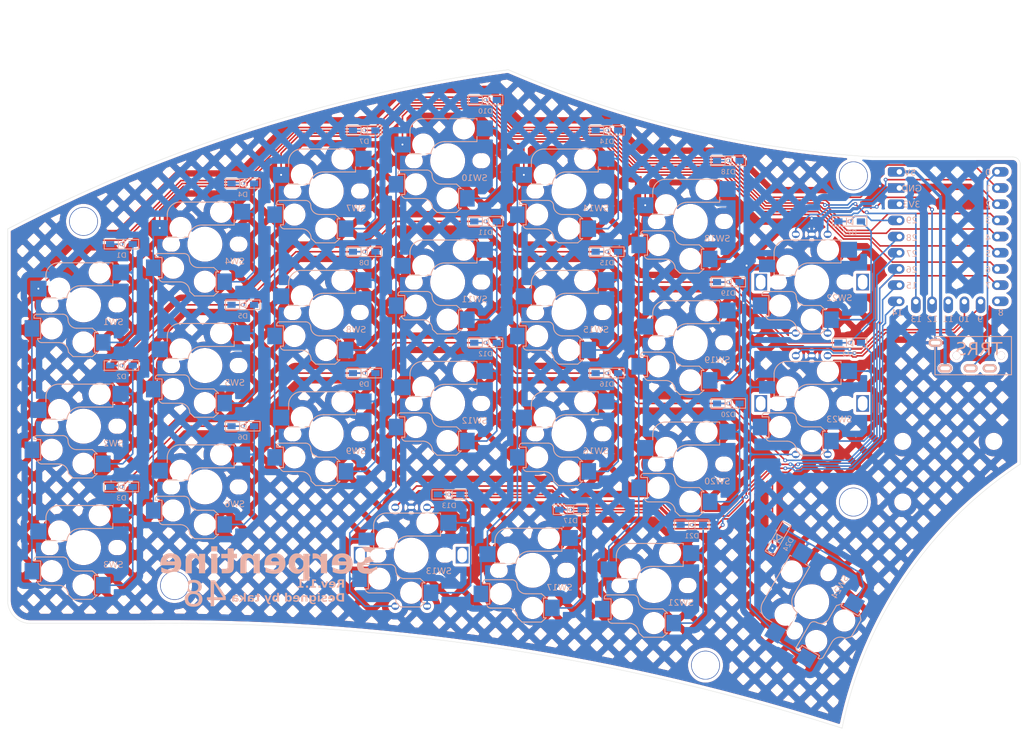
<source format=kicad_pcb>
(kicad_pcb (version 20240108) (generator "pcbnew") (generator_version "8.0")
  (layers (0 "F.Cu" signal) (31 "B.Cu" signal) (34 "B.Paste" user) (35 "F.Paste" user) (36 "B.SilkS" user "B.Silkscreen") (37 "F.SilkS" user "F.Silkscreen") (38 "B.Mask" user) (39 "F.Mask" user) (44 "Edge.Cuts" user))
  (net 0 "")
  (net 1 "Net-(D1-A)")
  (net 2 "Row0")
  (net 3 "Row1")
  (net 4 "Net-(D2-A)")
  (net 5 "Net-(D3-A)")
  (net 6 "Row2")
  (net 7 "Net-(D4-A)")
  (net 8 "Net-(D5-A)")
  (net 9 "Net-(D6-A)")
  (net 10 "Net-(D7-A)")
  (net 11 "Net-(D8-A)")
  (net 12 "Net-(D9-A)")
  (net 13 "Net-(D10-A)")
  (net 14 "Net-(D11-A)")
  (net 15 "Net-(D12-A)")
  (net 16 "Row3")
  (net 17 "Net-(D13-A)")
  (net 18 "Net-(D14-A)")
  (net 19 "Net-(D15-A)")
  (net 20 "Net-(D16-A)")
  (net 21 "Net-(D17-A)")
  (net 22 "Net-(D18-A)")
  (net 23 "Net-(D19-A)")
  (net 24 "Net-(D20-A)")
  (net 25 "Net-(D21-A)")
  (net 26 "Net-(D22-A)")
  (net 27 "Net-(D23-A)")
  (net 28 "Net-(D24-A)")
  (net 30 "+5V")
  (net 31 "DATA_L")
  (net 32 "GND")
  (net 33 "+3V3")
  (net 35 "Col0")
  (net 36 "Col1")
  (net 37 "Col2")
  (net 38 "Col3")
  (net 39 "Col4")
  (net 40 "Col5")
  (net 41 "Col6")
  (net 42 "RE3B")
  (net 43 "RE3A")
  (net 45 "RE1B")
  (net 46 "RE1A")
  (net 47 "RE2A")
  (net 48 "RE2B")
  (footprint "taka_lib:Kailh FullPOM MX_Hotswap" (layer "F.Cu") (at 144.835017 107.209292)
    (property "Reference" "SW16" (hide yes))
    (property "Value" "SW_Push" (hide yes))
  )
  (footprint "taka_lib:Kailh FullPOM MX_Hotswap" (layer "F.Cu") (at 144.835014 69.109289)
    (property "Reference" "SW14" (hide yes))
    (property "Value" "SW_Push" (hide yes))
  )
  (footprint "taka_lib:Kailh FullPOM MX_Hotswap" (layer "F.Cu") (at 158.170015 131.021792)
    (property "Reference" "SW21" (hide yes))
    (property "Value" "SW_Push" (hide yes))
  )
  (footprint "kbd_Parts:Diode_SMD" (layer "F.Cu") (at 131.738142 92.921789)
    (property "Reference" "D12")
    (property "Value" "D" (hide yes))
  )
  (footprint "taka_lib:Kailh FullPOM MX_Hotswap" (layer "F.Cu") (at 125.785014 64.346787)
    (property "Reference" "SW10" (hide yes))
    (property "Value" "SW_Push" (hide yes))
  )
  (footprint "kbd_Hole:m2_Screw_Hole" (layer "F.Cu") (at 211.510015 108.399914)
    (property "Reference" "Ref**" (hide yes))
    (property "Value" "Val**" (hide yes))
  )
  (footprint "taka_lib:Kailh FullPOM MX_Hotswap" (layer "F.Cu") (at 106.735015 107.209291)
    (property "Reference" "SW9" (hide yes))
    (property "Value" "SW_Push" (hide yes))
  )
  (footprint "taka_lib:Kailh FullPOM MX_Hotswap" (layer "F.Cu") (at 182.935017 133.56179 60)
    (property "Reference" "SW24" (hide yes))
    (property "Value" "SW_Push" (hide yes))
  )
  (footprint "kbd_Parts:Diode_SMD" (layer "F.Cu") (at 131.738141 73.87179)
    (property "Reference" "D11")
    (property "Value" "D" (hide yes))
  )
  (footprint "kbd_Parts:Diode_SMD" (layer "F.Cu") (at 150.788141 59.584289)
    (property "Reference" "D14")
    (property "Value" "D" (hide yes))
  )
  (footprint "kbd_Parts:Diode_SMD" (layer "F.Cu") (at 169.838142 102.446791)
    (property "Reference" "D20")
    (property "Value" "D" (hide yes))
  )
  (footprint "kbd_Parts:Diode_SMD" (layer "F.Cu") (at 164.12314 121.496791)
    (property "Reference" "D21")
    (property "Value" "D" (hide yes))
  )
  (footprint "kbd_Hole:m2_Screw_Hole" (layer "F.Cu") (at 197.222514 117.924989 180)
    (property "Reference" "Ref**" (hide yes))
    (property "Value" "Val**" (hide yes))
  )
  (footprint "taka_lib:RP2040 Zero" (layer "F.Cu") (at 204.366264 76.253087)
    (property "Reference" "U1" (hide yes))
    (property "Value" "RP2040-Zero")
  )
  (footprint "kbd_Parts:Diode_SMD" (layer "F.Cu") (at 131.738141 54.821788)
    (property "Reference" "D10")
    (property "Value" "D" (hide yes))
  )
  (footprint "taka_lib:Kailh FullPOM MX_Hotswap" (layer "F.Cu") (at 139.120014 128.640543)
    (property "Reference" "SW17" (hide yes))
    (property "Value" "SW_Push" (hide yes))
  )
  (footprint "taka_lib:Kailh FullPOM MX_Hotswap" (layer "F.Cu") (at 87.685012 77.443667)
    (property "Reference" "SW4" (hide yes))
    (property "Value" "SW_Push" (hide yes))
  )
  (footprint "taka_lib:Kailh FullPOM MX_Hotswap" (layer "F.Cu") (at 68.635015 106.018667)
    (property "Reference" "SW2" (hide yes))
    (property "Value" "SW_Push" (hide yes))
  )
  (footprint "kbd_Parts:Diode_SMD" (layer "F.Cu") (at 74.588141 77.443666)
    (property "Reference" "D1")
    (property "Value" "D" (hide yes))
  )
  (footprint "kbd_Parts:Diode_SMD" (layer "F.Cu") (at 74.588141 96.493666)
    (property "Reference" "D2")
    (property "Value" "D" (hide yes))
  )
  (footprint "kbd_Hole:m2_Spacer_Hole" (layer "F.Cu") (at 166.266383 143.523451)
    (property "Reference" "Ref**" (hide yes))
    (property "Value" "Val**" (hide yes))
  )
  (footprint "kbd_Parts:Diode_SMD" (layer "F.Cu") (at 169.838139 83.396789)
    (property "Reference" "D19")
    (property "Value" "D" (hide yes))
  )
  (footprint "taka_lib:Kailh FullPOM MX_Hotswap" (layer "F.Cu") (at 68.635015 125.068663)
    (property "Reference" "SW3" (hide yes))
    (property "Value" "SW_Push" (hide yes))
  )
  (footprint "taka_lib:Kailh FullPOM MX_Hotswap" (layer "F.Cu") (at 163.885016 92.921792)
    (property "Reference" "SW19" (hide yes))
    (property "Value" "SW_Push" (hide yes))
  )
  (footprint "taka_lib:Kailh FullPOM MX_Hotswap" (layer "F.Cu") (at 87.685015 96.493667)
    (property "Reference" "SW5" (hide yes))
    (property "Value" "SW_Push" (hide yes))
  )
  (footprint "taka_lib:Kailh FullPOM MX_Hotswap" (layer "F.Cu") (at 106.735013 69.109288)
    (property "Reference" "SW7" (hide yes))
    (property "Value" "SW_Push" (hide yes))
  )
  (footprint "kbd_Parts:Diode_SMD" (layer "F.Cu") (at 126.02314 116.734291)
    (property "Reference" "D13")
    (property "Value" "D" (hide yes))
  )
  (footprint "taka_lib:Kailh FullPOM MX_Hotswap" (layer "F.Cu") (at 125.785014 83.396789)
    (property "Reference" "SW11" (hide yes))
    (property "Value" "SW_Push" (hide yes))
  )
  (footprint "kbd_Hole:m2_Screw_Hole" (layer "F.Cu") (at 197.222515 108.399916)
    (property "Reference" "Ref**" (hide yes))
    (property "Value" "Val**" (hide yes))
  )
  (footprint "kbd_Parts:Diode_SMD" (layer "F.Cu") (at 112.688141 97.68429)
    (property "Reference" "D9")
    (property "Value" "D" (hide yes))
  )
  (footprint "taka_lib:Kailh FullPOM MX_Hotswap" (layer "F.Cu") (at 163.885015 73.871788)
    (property "Reference" "SW18" (hide yes))
    (property "Value" "SW_Push" (hide yes))
  )
  (footprint "kbd_Hole:m2_Spacer_Hole" (layer "F.Cu") (at 189.483459 66.728041)
    (property "Reference" "Ref**" (hide yes))
    (property "Value" "Val**" (hide yes))
  )
  (footprint "kbd_Parts:Diode_SMD" (layer "F.Cu") (at 93.638141 106.018666)
    (property "Reference" "D6")
    (property "Value" "D" (hide yes))
  )
  (footprint "taka_lib:Kailh FullPOM MX_Hotswap" (layer "F.Cu") (at 144.835014 88.159292)
    (property "Reference" "SW15" (hide yes))
    (property "Value" "SW_Push" (hide yes))
  )
  (footprint "taka_lib:Kailh FullPOM MX_Hotswap" (layer "F.Cu") (at 106.735015 88.159291)
    (property "Reference" "SW8" (hide yes))
    (property "Value" "SW_Push" (hide yes))
  )
  (footprint "kbd_Hole:m2_Spacer_Hole" (layer "F.Cu") (at 68.635016 73.871791)
    (property "Reference" "Ref**" (hide yes))
    (property "Value" "Val**" (hide yes))
  )
  (footprint "taka_lib:Kailh FullPOM MX_Hotswap" (layer "F.Cu") (at 125.785016 102.446793)
    (property "Reference" "SW12" (hide yes))
    (property "Value" "SW_Push" (hide yes))
  )
  (footprint "kbd_Parts:Diode_SMD" (layer "F.Cu") (at 112.688141 59.58429)
    (property "Reference" "D7")
    (property "Value" "D" (hide yes))
  )
  (footprint "kbd_Parts:Diode_SMD" (layer "F.Cu") (at 150.788142 97.684289)
    (property "Reference" "D16")
    (property "Value" "D" (hide yes))
  )
  (footprint "kbd_Parts:Diode_SMD" (layer "F.Cu") (at 177.662685 123.643732 60)
    (property "Reference" "D24")
    (property "Value" "D" (hide yes))
  )
  (footprint "kbd_Parts:Diode_SMD" (layer "F.Cu") (at 150.788142 78.634289)
    (property "Reference" "D15")
    (property "Value" "D" (hide yes))
  )
  (footprint "kbd_Parts:Diode_SMD" (layer "F.Cu") (at 74.58814 115.543742)
    (property "Reference" "D3")
    (property "Value" "D" (hide yes))
  )
  (footprint "kbd_Parts:Diode_SMD" (layer "F.Cu") (at 188.888138 73.871792)
    (property "Reference" "D22")
    (property "Value" "D" (hide yes))
  )
  (footprint "kbd_Parts:Diode_SMD" (layer "F.Cu") (at 112.688141 78.63429)
    (property "Reference" "D8")
    (property "Value" "D" (hide yes))
  )
  (footprint "taka_lib:Kailh FullPOM MX_Hotswap_RE" (layer "F.Cu") (at 120.070014 126.259293)
    (property "Reference" "SW13" (hide yes))
    (property "Value" "RotaryEncoder_Switch" (hide yes))
  )
  (footprint "kbd_Parts:Diode_SMD" (layer "F.Cu") (at 93.638141 86.968666)
    (property "Reference" "D5")
    (property "Value" "D" (hide yes))
  )
  (footprint "kbd_Parts:Diode_SMD" (layer "F.Cu") (at 188.888139 92.92179)
    (property "Reference" "D23")
    (property "Value" "D" (hide yes))
  )
  (footprint "taka_lib:Kailh FullPOM MX_Hotswap" (layer "F.Cu") (at 163.885016 111.971792)
    (property "Reference" "SW20" (hide yes))
    (property "Value" "SW_Push" (hide yes))
  )
  (footprint "kbd_Hole:m2_Spacer_Hole" (layer "F.Cu") (at 82.922514 131.021791)
    (property "Reference" "Ref**" (hide yes))
    (property "Value" "Val**" (hide yes))
  )
  (footprint "kbd_Hole:m2_Spacer_Hole" (layer "F.Cu") (at 189.483459 117.924946)
    (property "Reference" "Ref**" (hide yes))
    (property "Value" "Val**" (hide yes))
  )
  (footprint "taka_lib:Kailh FullPOM MX_Hotswap_RE" (layer "F.Cu") (at 182.935016 102.446792)
    (property "Reference" "SW23" (hide yes))
    (property "Value" "RotaryEncoder_Switch" (hide yes))
  )
  (footprint "taka_lib:Kailh FullPOM MX_Hotswap" (layer "F.Cu") (at 68.635015 86.968667)
    (property "Reference" "SW1" (hide yes))
    (property "Value" "SW_Push" (hide yes))
  )
  (footprint "kbd_Parts:Diode_SMD" (layer "F.Cu") (at 93.638141 67.918666)
    (property "Reference" "D4")
    (property "Value" "D" (hide yes))
  )
  (footprint "taka_lib:Kailh FullPOM MX_Hotswap_RE" (layer "F.Cu") (at 182.935016 83.396792)
    (property "Reference" "SW22" (hide yes))
    (property "Value" "RotaryEncoder_Switch" (hide yes))
  )
  (footprint "kbd_Parts:Diode_SMD" (layer "F.Cu") (at 169.838142 64.346791)
    (property "Reference" "D18")
    (property "Value" "D" (hide yes))
  )
  (footprint "kbd_Parts:Diode_SMD" (layer "F.Cu") (at 145.07314 119.115541)
    (property "Reference" "D17")
    (property "Value" "D" (hide yes))
  )
  (footprint "taka_lib:Kailh FullPOM MX_Hotswap" (layer "F.Cu") (at 87.685013 115.543668)
    (property "Reference" "SW6" (hide yes))
    (property "Value" "SW_Push" (hide yes))
  )
  (footprint "taka_lib:TRRS_MJ-4PP-9_1" (layer "B.Cu") (at 208.17723 94.92179 90)
    (property "Reference" "JACK1")
    (property "Value" "MJ-4PP-9" (hide yes))
  )
  (gr_arc (start 187.70949 153.419785) (mid 197.571111 129.91427) (end 215.677231 111.971884) (stroke (width 0.05)) (layer "Edge.Cuts"))
  (gr_arc (start 56.728765 75.062417) (mid 94.947344 59.191569) (end 135.310014 50.059289) (stroke (width 0.05)) (layer "Edge.Cuts"))
  (gr_line (start 215.677261 111.971885) (end 215.677231 64.942146) (stroke (width 0.05)) (layer "Edge.Cuts"))
  (gr_line (start 192.460021 63.75146) (end 214.48661 63.75152) (stroke (width 0.05)) (layer "Edge.Cuts"))
  (gr_line (start 56.728765 133.403042) (end 56.728765 75.062417) (stroke (width 0.05)) (layer "Edge.Cuts"))
  (gr_arc (start 60.30064 136.974917) (mid 57.774922 135.92876) (end 56.728765 133.403042) (stroke (width 0.05)) (layer "Edge.Cuts"))
  (gr_arc (start 78.160015 136.974917) (mid 133.593561 140.808616) (end 187.70949 153.419785) (stroke (width 0.05)) (layer "Edge.Cuts"))
  (gr_arc (start 214.48661 63.75152) (mid 215.32853 64.100241) (end 215.677231 64.942146) (stroke (width 0.05)) (layer "Edge.Cuts"))
  (gr_line (start 60.30064 136.974917) (end 78.160015 136.974917) (stroke (width 0.05)) (layer "Edge.Cuts"))
  (gr_arc (start 192.460023 63.75154) (mid 163.291929 59.381118) (end 135.310109 50.059311) (stroke (width 0.05)) (layer "Edge.Cuts"))
  (gr_text "26" (at 198.616264 81.503087 0) (layer "B.SilkS") (effects (font (size 1 1)) (justify mirror)))
  (gr_text "48" (at 91.245057 134.965257 0) (layer "B.SilkS") (effects (font (size 4 4)) (justify left bottom mirror)))
  (gr_text "Rev.1.1\nDesigned by taka" (at 109.69976 133.774631 0) (layer "B.SilkS") (effects (font (size 1.3 1.3) (thickness 0.25) (bold yes)) (justify left bottom mirror)))
  (gr_text "14" (at 196.366264 88.253087 0) (layer "B.SilkS") (effects (font (size 1 1)) (justify mirror)))
  (gr_text "15" (at 198.616264 84.003087 0) (layer "B.SilkS") (effects (font (size 1 1)) (justify mirror)))
  (gr_text "Serpentine" (at 97.7935 127.449917 0) (layer "B.SilkS") (effects (font (size 4 4) (thickness 0.3) (bold yes)) (justify mirror)))
  (segment (start 76.363141 81.452036) (end 76.363141 82.345004) (width 0.25) (layer "B.Cu") (net 1))
  (segment (start 76.363141 77.443666) (end 76.363141 81.452036) (width 0.25) (layer "B.Cu") (net 1))
  (segment (start 74.77939 92.868666) (end 71.735015 92.868667) (width 0.25) (layer "B.Cu") (net 1))
  (segment (start 76.363141 82.345004) (end 76.363141 91.284916) (width 0.25) (layer "B.Cu") (net 1))
  (segment (start 74.477015 81.888667) (end 75.926511 81.888667) (width 0.25) (layer "B.Cu") (net 1))
  (segment (start 76.363141 91.284916) (end 74.77939 92.868666) (width 0.25) (layer "B.Cu") (net 1))
  (segment (start 74.477015 81.888667) (end 75.906803 81.888667) (width 0.25) (layer "B.Cu") (net 1))
  (arc (start 75.926511 81.888667) (mid 76.235255 81.76078) (end 76.363141 81.452036) (width 0.25) (layer "B.Cu") (net 1))
  (arc (start 75.906803 81.888667) (mid 76.229482 82.022325) (end 76.363141 82.345004) (width 0.25) (layer "B.Cu") (net 1))
  (segment (start 136.500641 59.584291) (end 150.788141 59.584291) (width 0.25) (layer "F.Cu") (net 2))
  (segment (start 150.788141 59.584291) (end 155.550641 64.346791) (width 0.25) (layer "F.Cu") (net 2))
  (segment (start 185.142156 70.536742) (end 176.028092 70.536742) (width 0.25) (layer "F.Cu") (net 2))
  (segment (start 176.028092 70.536742) (end 169.838141 64.346791) (width 0.25) (layer "F.Cu") (net 2))
  (segment (start 84.113141 67.918666) (end 93.638141 67.918666) (width 0.25) (layer "F.Cu") (net 2))
  (segment (start 187.697375 73.871792) (end 185.643322 71.817739) (width 0.25) (layer "F.Cu") (net 2))
  (segment (start 185.643322 71.817739) (end 185.643322 71.037908) (width 0.25) (layer "F.Cu") (net 2))
  (segment (start 131.738141 54.821791) (end 136.500641 59.584291) (width 0.25) (layer "F.Cu") (net 2))
  (segment (start 185.643322 71.037908) (end 185.142156 70.536742) (width 0.25) (layer "F.Cu") (net 2))
  (segment (start 188.888138 73.871792) (end 187.697375 73.871792) (width 0.25) (layer "F.Cu") (net 2))
  (segment (start 112.688141 59.584291) (end 114.557592 59.584291) (width 0.25) (layer "F.Cu") (net 2))
  (segment (start 74.588141 77.443666) (end 84.113141 67.918666) (width 0.25) (layer "F.Cu") (net 2))
  (segment (start 119.320092 54.821791) (end 131.738141 54.821791) (width 0.25) (layer "F.Cu") (net 2))
  (segment (start 101.972516 59.584291) (end 112.688141 59.584291) (width 0.25) (layer "F.Cu") (net 2))
  (segment (start 114.557592 59.584291) (end 119.320092 54.821791) (width 0.25) (layer "F.Cu") (net 2))
  (segment (start 93.638141 67.918666) (end 101.972516 59.584291) (width 0.25) (layer "F.Cu") (net 2))
  (segment (start 155.550641 64.346791) (end 169.838141 64.346791) (width 0.25) (layer "F.Cu") (net 2))
  (via (at 112.688141 59.584291) (size 0.6) (drill 0.3) (layers "F.Cu" "B.Cu") (net 2))
  (via (at 93.638141 67.918666) (size 0.6) (drill 0.3) (layers "F.Cu" "B.Cu") (net 2))
  (via (at 131.738141 54.821791) (size 0.6) (drill 0.3) (layers "F.Cu" "B.Cu") (net 2))
  (via (at 169.838141 64.346791) (size 0.6) (drill 0.3) (layers "F.Cu" "B.Cu") (net 2))
  (via (at 74.588141 77.443666) (size 0.6) (drill 0.3) (layers "F.Cu" "B.Cu") (net 2))
  (via (at 150.788141 59.584291) (size 0.6) (drill 0.3) (layers "F.Cu" "B.Cu") (net 2))
  (via (at 188.888138 73.871792) (size 0.6) (drill 0.3) (layers "F.Cu" "B.Cu") (net 2))
  (segment (start 131.738141 54.821791) (end 129.963144 54.821791) (width 0.25) (layer "B.Cu") (net 2))
  (segment (start 192.301166 73.713087) (end 191.659871 73.071792) (width 0.25) (layer "B.Cu") (net 2))
  (segment (start 191.659871 73.071792) (end 189.688138 73.071792) (width 0.25) (layer "B.Cu") (net 2))
  (segment (start 93.638141 67.918666) (end 91.863141 67.918666) (width 0.25) (layer "B.Cu") (net 2))
  (segment (start 196.696264 73.713087) (end 192.301166 73.713087) (width 0.25) (layer "B.Cu") (net 2))
  (segment (start 112.688141 59.584291) (end 110.913142 59.584291) (width 0.25) (layer "B.Cu") (net 2))
  (segment (start 188.888138 73.871792) (end 187.11314 73.871792) (width 0.25) (layer "B.Cu") (net 2))
  (segment (start 169.838141 64.346791) (end 168.063142 64.346791) (width 0.25) (layer "B.Cu") (net 2))
  (segment (start 189.688138 73.071792) (end 188.888138 73.871792) (width 0.25) (layer "B.Cu") (net 2))
  (segment (start 72.813141 77.443666) (end 74.588141 77.443666) (width 0.25) (layer "B.Cu") (net 2))
  (segment (start 150.788141 59.584291) (end 149.013143 59.584291) (width 0.25) (layer "B.Cu") (net 2))
  (segment (start 155.550641 83.396791) (end 169.838141 83.396791) (width 0.25) (layer "F.Cu") (net 3))
  (segment (start 93.638141 86.968666) (end 101.972516 78.634291) (width 0.25) (layer "F.Cu") (net 3))
  (segment (start 188.888142 92.92179) (end 188.888124 92.921808) (width 0.25) (layer "F.Cu") (net 3))
  (segment (start 112.688141 78.634291) (end 117.450641 73.871791) (width 0.25) (layer "F.Cu") (net 3))
  (segment (start 101.972516 78.634291) (end 112.688141 78.634291) (width 0.25) (layer "F.Cu") (net 3))
  (segment (start 117.450641 73.871791) (end 131.738141 73.871791) (width 0.25) (layer "F.Cu") (net 3))
  (segment (start 136.500641 78.634291) (end 150.788141 78.634291) (width 0.25) (layer "F.Cu") (net 3))
  (segment (start 131.738141 73.871791) (end 136.500641 78.634291) (width 0.25) (layer "F.Cu") (net 3))
  (segment (start 150.788141 78.634291) (end 155.550641 83.396791) (width 0.25) (layer "F.Cu") (net 3))
  (segment (start 188.888124 92.921808) (end 179.363158 92.921808) (width 0.25) (layer "F.Cu") (net 3))
  (segment (start 74.588141 96.493666) (end 84.113141 86.968666) (width 0.25) (layer "F.Cu") (net 3))
  (segment (start 84.113141 86.968666) (end 93.638141 86.968666) (width 0.25) (layer "F.Cu") (net 3))
  (segment (start 179.363158 92.921808) (end 169.838141 83.396791) (width 0.25) (layer "F.Cu") (net 3))
  (via (at 131.738141 73.871791) (size 0.6) (drill 0.3) (layers "F.Cu" "B.Cu") (net 3))
  (via (at 112.688141 78.634291) (size 0.6) (drill 0.3) (layers "F.Cu" "B.Cu") (net 3))
  (via (at 74.588141 96.493666) (size 0.6) (drill 0.3) (layers "F.Cu" "B.Cu") (net 3))
  (via (at 93.638141 86.968666) (size 0.6) (drill 0.3) (layers "F.Cu" "B.Cu") (net 3))
  (via (at 169.838141 83.396791) (size 0.6) (drill 0.3) (layers "F.Cu" "B.Cu") (net 3))
  (via (at 188.888142 92.92179) (size 0.6) (drill 0.3) (layers "F.Cu" "B.Cu") (net 3))
  (via (at 150.788141 78.634291) (size 0.6) (drill 0.3) (layers "F.Cu" "B.Cu") (net 3))
  (segment (start 112.688141 78.634291) (end 110.913142 78.634291) (width 0.25) (layer "B.Cu") (net 3))
  (segment (start 93.638141 86.968666) (end 91.863141 86.968666) (width 0.25) (layer "B.Cu") (net 3))
  (segment (start 169.838141 83.396791) (end 168.063142 83.396791) (width 0.25) (layer "B.Cu") (net 3))
  (segment (start 188.888142 92.92179) (end 192.710016 89.099916) (width 0.25) (layer "B.Cu") (net 3))
  (segment (start 131.738141 73.871791) (end 129.963144 73.871791) (width 0.25) (layer "B.Cu") (net 3))
  (segment (start 150.788141 78.634291) (end 149.013143 78.634291) (width 0.25) (layer "B.Cu") (net 3))
  (segment (start 192.710016 80.209055) (end 196.665984 76.253087) (width 0.25) (layer "B.Cu") (net 3))
  (segment (start 192.710016 89.099916) (end 192.710016 80.209055) (width 0.25) (layer "B.Cu") (net 3))
  (segment (start 188.888142 92.92179) (end 187.113139 92.92179) (width 0.25) (layer "B.Cu") (net 3))
  (segment (start 72.813141 96.493666) (end 74.588141 96.493666) (width 0.25) (layer "B.Cu") (net 3))
  (segment (start 76.363141 101.395004) (end 76.363141 110.334916) (width 0.25) (layer "B.Cu") (net 4))
  (segment (start 76.363141 110.334916) (end 74.77939 111.918667) (width 0.25) (layer "B.Cu") (net 4))
  (segment (start 76.363141 100.502036) (end 76.363141 101.395004) (width 0.25) (layer "B.Cu") (net 4))
  (segment (start 74.477015 100.938667) (end 75.906804 100.938667) (width 0.25) (layer "B.Cu") (net 4))
  (segment (start 74.77939 111.918667) (end 71.735015 111.918667) (width 0.25) (layer "B.Cu") (net 4))
  (segment (start 74.477015 100.938667) (end 75.926511 100.938667) (width 0.25) (layer "B.Cu") (net 4))
  (segment (start 76.363141 96.493666) (end 76.363141 100.502036) (width 0.25) (layer "B.Cu") (net 4))
  (arc (start 75.906804 100.938667) (mid 76.229482 101.072325) (end 76.363141 101.395004) (width 0.25) (layer "B.Cu") (net 4))
  (arc (start 75.926511 100.938667) (mid 76.235255 100.810781) (end 76.363141 100.502036) (width 0.25) (layer "B.Cu") (net 4))
  (segment (start 74.477015 119.988667) (end 75.906804 119.988667) (width 0.25) (layer "B.Cu") (net 5))
  (segment (start 76.363141 120.445004) (end 76.363141 129.384916) (width 0.25) (layer "B.Cu") (net 5))
  (segment (start 76.363141 129.384916) (end 74.77939 130.968667) (width 0.25) (layer "B.Cu") (net 5))
  (segment (start 74.77939 130.968667) (end 71.735015 130.968667) (width 0.25) (layer "B.Cu") (net 5))
  (segment (start 74.477015 119.988667) (end 75.926511 119.988667) (width 0.25) (layer "B.Cu") (net 5))
  (segment (start 76.363141 115.543666) (end 76.363141 119.552036) (width 0.25) (layer "B.Cu") (net 5))
  (segment (start 76.363141 119.552036) (end 76.363141 120.445004) (width 0.25) (layer "B.Cu") (net 5))
  (arc (start 75.926511 119.988667) (mid 76.235255 119.860781) (end 76.363141 119.552036) (width 0.25) (layer "B.Cu") (net 5))
  (arc (start 75.906804 119.988667) (mid 76.229483 120.122325) (end 76.363141 120.445004) (width 0.25) (layer "B.Cu") (net 5))
  (segment (start 131.73814 92.921867) (end 136.50064 97.684367) (width 0.25) (layer "F.Cu") (net 6))
  (segment (start 178.767861 111.376588) (end 169.83814 102.446867) (width 0.25) (layer "F.Cu") (net 6))
  (segment (start 84.11314 106.018742) (end 93.63814 106.018742) (width 0.25) (layer "F.Cu") (net 6))
  (segment (start 101.972515 97.684367) (end 112.68814 97.684367) (width 0.25) (layer "F.Cu") (net 6))
  (segment (start 93.63814 106.018742) (end 101.972515 97.684367) (width 0.25) (layer "F.Cu") (net 6))
  (segment (start 150.78814 97.684367) (end 155.55064 102.446867) (width 0.25) (layer "F.Cu") (net 6))
  (segment (start 136.50064 97.684367) (end 150.78814 97.684367) (width 0.25) (layer "F.Cu") (net 6))
  (segment (start 112.68814 97.684367) (end 117.45064 92.921867) (width 0.25) (layer "F.Cu") (net 6))
  (segment (start 155.55064 102.446867) (end 169.83814 102.446867) (width 0.25) (layer "F.Cu") (net 6))
  (segment (start 117.45064 92.921867) (end 131.73814 92.921867) (width 0.25) (layer "F.Cu") (net 6))
  (segment (start 74.58814 115.543742) (end 84.11314 106.018742) (width 0.25) (layer "F.Cu") (net 6))
  (via (at 150.78814 97.684367) (size 0.6) (drill 0.3) (layers "F.Cu" "B.Cu") (net 6))
  (via (at 112.68814 97.684367) (size 0.6) (drill 0.3) (layers "F.Cu" "B.Cu") (net 6))
  (via (at 169.83814 102.446867) (size 0.6) (drill 0.3) (layers "F.Cu" "B.Cu") (net 6))
  (via (at 93.63814 106.018742) (size 0.6) (drill 0.3) (layers "F.Cu" "B.Cu") (net 6))
  (via (at 131.73814 92.921867) (size 0.6) (drill 0.3) (layers "F.Cu" "B.Cu") (net 6))
  (via (at 74.58814 115.543742) (size 0.6) (drill 0.3) (layers "F.Cu" "B.Cu") (net 6))
  (via (at 178.767861 111.376588) (size 0.6) (drill 0.3) (layers "F.Cu" "B.Cu") (net 6))
  (segment (start 188.740091 111.376588) (end 192.720815 107.395864) (width 0.25) (layer "B.Cu") (net 6))
  (segment (start 178.767861 111.376588) (end 188.740091 111.376588) (width 0.25) (layer "B.Cu") (net 6))
  (segment (start 192.720815 107.395864) (end 192.720815 89.725513) (width 0.25) (layer "B.Cu") (net 6))
  (segment (start 192.720815 89.725513) (end 193.160016 89.286312) (width 0.25) (layer "B.Cu") (net 6))
  (segment (start 93.63814 106.018742) (end 91.86314 106.018742) (width 0.25) (layer "B.Cu") (net 6))
  (segment (start 150.78814 97.684367) (end 149.013142 97.684367) (width 0.25) (layer "B.Cu") (net 6))
  (segment (start 72.81314 115.543742) (end 74.58814 115.543742) (width 0.25) (layer "B.Cu") (net 6))
  (segment (start 193.160016 89.286312) (end 193.160016 82.299055) (width 0.25) (layer "B.Cu") (net 6))
  (segment (start 193.160016 82.299055) (end 196.665984 78.793087) (width 0.25) (layer "B.Cu") (net 6))
  (segment (start 169.83814 102.446867) (end 168.063141 102.446867) (width 0.25) (layer "B.Cu") (net 6))
  (segment (start 112.68814 97.684367) (end 110.913141 97.684367) (width 0.25) (layer "B.Cu") (net 6))
  (segment (start 131.73814 92.921867) (end 129.963143 92.921867) (width 0.25) (layer "B.Cu") (net 6))
  (segment (start 93.82939 83.343666) (end 90.785015 83.343667) (width 0.25) (layer "B.Cu") (net 7))
  (segment (start 93.527015 72.363667) (end 94.976511 72.363667) (width 0.25) (layer "B.Cu") (net 7))
  (segment (start 93.527015 72.363667) (end 94.956803 72.363667) (width 0.25) (layer "B.Cu") (net 7))
  (segment (start 95.413141 72.820004) (end 95.413141 81.759916) (width 0.25) (layer "B.Cu") (net 7))
  (segment (start 95.413141 81.759916) (end 93.82939 83.343666) (width 0.25) (layer "B.Cu") (net 7))
  (segment (start 95.413141 67.918666) (end 95.413141 71.927036) (width 0.25) (layer "B.Cu") (net 7))
  (segment (start 95.413141 71.927036) (end 95.413141 72.820004) (width 0.25) (layer "B.Cu") (net 7))
  (arc (start 94.976511 72.363667) (mid 95.285256 72.23578) (end 95.413141 71.927036) (width 0.25) (layer "B.Cu") (net 7))
  (arc (start 94.956803 72.363667) (mid 95.279483 72.497325) (end 95.413141 72.820004) (width 0.25) (layer "B.Cu") (net 7))
  (segment (start 93.82939 102.393666) (end 90.785015 102.393667) (width 0.25) (layer "B.Cu") (net 8))
  (segment (start 95.413141 86.968666) (end 95.413141 90.977036) (width 0.25) (layer "B.Cu") (net 8))
  (segment (start 95.413141 90.977036) (end 95.413141 91.870004) (width 0.25) (layer "B.Cu") (net 8))
  (segment (start 95.413141 91.870004) (end 95.413141 100.809916) (width 0.25) (layer "B.Cu") (net 8))
  (segment (start 93.527015 91.413667) (end 94.976511 91.413667) (width 0.25) (layer "B.Cu") (net 8))
  (segment (start 95.413141 100.809916) (end 93.82939 102.393666) (width 0.25) (layer "B.Cu") (net 8))
  (segment (start 93.527015 91.413667) (end 94.956803 91.413667) (width 0.25) (layer "B.Cu") (net 8))
  (arc (start 94.956803 91.413667) (mid 95.279483 91.547325) (end 95.413141 91.870004) (width 0.25) (layer "B.Cu") (net 8))
  (arc (start 94.976511 91.413667) (mid 95.285255 91.28578) (end 95.413141 90.977036) (width 0.25) (layer "B.Cu") (net 8))
  (segment (start 95.413141 110.027036) (end 95.413141 110.920004) (width 0.25) (layer "B.Cu") (net 9))
  (segment (start 95.413141 110.920004) (end 95.413141 119.859916) (width 0.25) (layer "B.Cu") (net 9))
  (segment (start 93.527015 110.463667) (end 94.956804 110.463667) (width 0.25) (layer "B.Cu") (net 9))
  (segment (start 95.413141 106.018666) (end 95.413141 110.027036) (width 0.25) (layer "B.Cu") (net 9))
  (segment (start 93.82939 121.443667) (end 90.785015 121.443667) (width 0.25) (layer "B.Cu") (net 9))
  (segment (start 95.413141 119.859916) (end 93.82939 121.443667) (width 0.25) (layer "B.Cu") (net 9))
  (segment (start 93.527015 110.463667) (end 94.976511 110.463667) (width 0.25) (layer "B.Cu") (net 9))
  (arc (start 94.976511 110.463667) (mid 95.285255 110.335781) (end 95.413141 110.027036) (width 0.25) (layer "B.Cu") (net 9))
  (arc (start 94.956804 110.463667) (mid 95.279483 110.597325) (end 95.413141 110.920004) (width 0.25) (layer "B.Cu") (net 9))
  (segment (start 112.577016 64.029291) (end 114.006803 64.029291) (width 0.25) (layer "B.Cu") (net 10))
  (segment (start 114.463141 63.592662) (end 114.463141 64.48563) (width 0.25) (layer "B.Cu") (net 10))
  (segment (start 112.87939 75.009293) (end 109.835014 75.009292) (width 0.25) (layer "B.Cu") (net 10))
  (segment (start 112.577016 64.029291) (end 114.02651 64.029292) (width 0.25) (layer "B.Cu") (net 10))
  (segment (start 114.463141 73.425541) (end 112.87939 75.009293) (width 0.25) (layer "B.Cu") (net 10))
  (segment (start 114.463141 64.48563) (end 114.463141 73.425541) (width 0.25) (layer "B.Cu") (net 10))
  (segment (start 114.463141 59.584291) (end 114.463141 63.592662) (width 0.25) (layer "B.Cu") (net 10))
  (arc (start 114.02651 64.029292) (mid 114.335255 63.901406) (end 114.463141 63.592662) (width 0.25) (layer "B.Cu") (net 10))
  (arc (start 114.006803 64.029291) (mid 114.329483 64.16295) (end 114.463141 64.48563) (width 0.25) (layer "B.Cu") (net 10))
  (segment (start 112.87939 94.059293) (end 109.835014 94.059292) (width 0.25) (layer "B.Cu") (net 11))
  (segment (start 114.463141 92.475541) (end 112.87939 94.059293) (width 0.25) (layer "B.Cu") (net 11))
  (segment (start 114.463141 78.634291) (end 114.463141 82.642662) (width 0.25) (layer "B.Cu") (net 11))
  (segment (start 114.463141 82.642662) (end 114.463142 83.535631) (width 0.25) (layer "B.Cu") (net 11))
  (segment (start 114.463142 83.535631) (end 114.463141 92.475541) (width 0.25) (layer "B.Cu") (net 11))
  (segment (start 112.577016 83.079291) (end 114.02651 83.079292) (width 0.25) (layer "B.Cu") (net 11))
  (segment (start 112.577016 83.079291) (end 114.006803 83.079291) (width 0.25) (layer "B.Cu") (net 11))
  (arc (start 114.006803 83.079291) (mid 114.329483 83.21295) (end 114.463142 83.535631) (width 0.25) (layer "B.Cu") (net 11))
  (arc (start 114.02651 83.079292) (mid 114.335255 82.951406) (end 114.463141 82.642662) (width 0.25) (layer "B.Cu") (net 11))
  (segment (start 114.463142 101.692663) (end 114.463142 102.585631) (width 0.25) (layer "B.Cu") (net 12))
  (segment (start 112.577015 102.129291) (end 114.02651 102.129292) (width 0.25) (layer "B.Cu") (net 12))
  (segment (start 112.577015 102.129291) (end 114.006803 102.129291) (width 0.25) (layer "B.Cu") (net 12))
  (segment (start 114.463142 102.585631) (end 114.463141 111.525541) (width 0.25) (layer "B.Cu") (net 12))
  (segment (start 114.463141 111.525541) (end 112.879391 113.109292) (width 0.25) (layer "B.Cu") (net 12))
  (segment (start 114.463142 97.684291) (end 114.463142 101.692663) (width 0.25) (layer "B.Cu") (net 12))
  (segment (start 112.879391 113.109292) (end 109.835014 113.109292) (width 0.25) (layer "B.Cu") (net 12))
  (arc (start 114.02651 102.129292) (mid 114.335255 102.001406) (end 114.463142 101.692663) (width 0.25) (layer "B.Cu") (net 12))
  (arc (start 114.006803 102.129291) (mid 114.329484 102.262949) (end 114.463142 102.585631) (width 0.25) (layer "B.Cu") (net 12))
  (segment (start 133.513141 59.72313) (end 133.513141 68.663042) (width 0.25) (layer "B.Cu") (net 13))
  (segment (start 133.513141 68.663042) (end 131.92939 70.246793) (width 0.25) (layer "B.Cu") (net 13))
  (segment (start 131.627016 59.266791) (end 133.07651 59.266791) (width 0.25) (layer "B.Cu") (net 13))
  (segment (start 133.513141 58.830162) (end 133.513141 59.72313) (width 0.25) (layer "B.Cu") (net 13))
  (segment (start 131.627016 59.266791) (end 133.056803 59.266791) (width 0.25) (layer "B.Cu") (net 13))
  (segment (start 131.92939 70.246793) (end 128.885014 70.246792) (width 0.25) (layer "B.Cu") (net 13))
  (segment (start 133.513142 54.821791) (end 133.513141 58.830162) (width 0.25) (layer "B.Cu") (net 13))
  (arc (start 133.056803 59.266791) (mid 133.379483 59.40045) (end 133.513141 59.72313) (width 0.25) (layer "B.Cu") (net 13))
  (arc (start 133.07651 59.266791) (mid 133.385255 59.138907) (end 133.513141 58.830162) (width 0.25) (layer "B.Cu") (net 13))
  (segment (start 131.929391 89.296792) (end 128.885014 89.296792) (width 0.25) (layer "B.Cu") (net 14))
  (segment (start 133.513141 87.713042) (end 131.929391 89.296792) (width 0.25) (layer "B.Cu") (net 14))
  (segment (start 133.513142 73.871791) (end 133.513141 77.880162) (width 0.25) (layer "B.Cu") (net 14))
  (segment (start 131.627015 78.316791) (end 133.056803 78.316791) (width 0.25) (layer "B.Cu") (net 14))
  (segment (start 133.513141 78.77313) (end 133.513141 87.713042) (width 0.25) (layer "B.Cu") (net 14))
  (segment (start 131.627015 78.316791) (end 133.07651 78.316792) (width 0.25) (layer "B.Cu") (net 14))
  (segment (start 133.513141 77.880162) (end 133.513141 78.77313) (width 0.25) (layer "B.Cu") (net 14))
  (arc (start 133.07651 78.316792) (mid 133.385255 78.188907) (end 133.513141 77.880162) (width 0.25) (layer "B.Cu") (net 14))
  (arc (start 133.056803 78.316791) (mid 133.379483 78.45045) (end 133.513141 78.77313) (width 0.25) (layer "B.Cu") (net 14))
  (segment (start 133.513142 106.763041) (end 131.929391 108.346792) (width 0.25) (layer "B.Cu") (net 15))
  (segment (start 133.513142 96.930163) (end 133.513142 97.823131) (width 0.25) (layer "B.Cu") (net 15))
  (segment (start 133.51314 92.92179) (end 133.513142 96.930163) (width 0.25) (layer "B.Cu") (net 15))
  (segment (start 131.627015 97.366791) (end 133.07651 97.366792) (width 0.25) (layer "B.Cu") (net 15))
  (segment (start 131.929391 108.346792) (end 128.885015 108.346792) (width 0.25) (layer "B.Cu") (net 15))
  (segment (start 131.627015 97.366791) (end 133.056803 97.366791) (width 0.25) (layer "B.Cu") (net 15))
  (segment (start 133.513142 97.823131) (end 133.513142 106.763041) (width 0.25) (layer "B.Cu") (net 15))
  (arc (start 133.07651 97.366792) (mid 133.385255 97.238907) (end 133.513142 96.930163) (width 0.25) (layer "B.Cu") (net 15))
  (arc (start 133.056803 97.366791) (mid 133.379484 97.500449) (end 133.513142 97.823131) (width 0.25) (layer "B.Cu") (net 15))
  (segment (start 168.101449 121.496791) (end 164.12314 121.496791) (width 0.25) (layer "F.Cu") (net 16))
  (segment (start 161.135641 121.496791) (end 164.12314 121.496791) (width 0.25) (layer "F.Cu") (net 16))
  (segment (start 177.506601 113.251588) (end 176.911289 113.251588) (width 0.25) (layer "F.Cu") (net 16))
  (segment (start 180.781088 112.001588) (end 180.474346 112.001588) (width 0.25) (layer "F.Cu") (net 16))
  (segment (start 176.775185 113.757617) (end 176.775185 113.387692) (width 0.25) (layer "F.Cu") (net 16))
  (segment (start 176.775185 125.180927) (end 176.775185 113.757617) (width 0.25) (layer "F.Cu") (net 16))
  (segment (start 177.281214 113.251588) (end 177.506601 113.251588) (width 0.25) (layer "F.Cu") (net 16))
  (segment (start 158.754391 119.115541) (end 161.135641 121.496791) (width 0.25) (layer "F.Cu") (net 16))
  (segment (start 144.349307 119.115541) (end 145.07314 119.115541) (width 0.25) (layer "F.Cu") (net 16))
  (segment (start 180.474346 112.001588) (end 179.224346 113.251588) (width 0.25) (layer "F.Cu") (net 16))
  (segment (start 141.968057 116.734291) (end 144.349307 119.115541) (width 0.25) (layer "F.Cu") (net 16))
  (segment (start 176.369444 113.251588) (end 173.113142 116.50789) (width 0.25) (layer "F.Cu") (net 16))
  (segment (start 145.07314 119.115541) (end 158.754391 119.115541) (width 0.25) (layer "F.Cu") (net 16))
  (segment (start 176.775185 113.757617) (end 176.775185 113.657329) (width 0.25) (layer "F.Cu") (net 16))
  (segment (start 173.113142 116.50789) (end 173.113142 116.677989) (width 0.25) (layer "F.Cu") (net 16))
  (segment (start 173.113142 116.677989) (end 173.288142 116.852989) (width 0.25) (layer "F.Cu") (net 16))
  (segment (start 173.288142 117.370757) (end 170.092392 120.566507) (width 0.25) (layer "F.Cu") (net 16))
  (segment (start 170.092392 120.566507) (end 169.031733 120.566507) (width 0.25) (layer "F.Cu") (net 16))
  (segment (start 179.224346 113.251588) (end 177.506601 113.251588) (width 0.25) (layer "F.Cu") (net 16))
  (segment (start 176.775185 113.387692) (end 176.911289 113.251588) (width 0.25) (layer "F.Cu") (net 16))
  (segment (start 173.288142 116.852989) (end 173.288142 117.370757) (width 0.25) (layer "F.Cu") (net 16))
  (segment (start 176.911289 113.251588) (end 176.369444 113.251588) (width 0.25) (layer "F.Cu") (net 16))
  (segment (start 169.031733 120.566507) (end 168.101449 121.496791) (width 0.25) (layer "F.Cu") (net 16))
  (segment (start 126.02314 116.734291) (end 141.968057 116.734291) (width 0.25) (layer "F.Cu") (net 16))
  (via (at 126.02314 116.734291) (size 0.6) (drill 0.3) (layers "F.Cu" "B.Cu") (net 16))
  (via (at 180.781088 112.001588) (size 0.6) (drill 0.3) (layers "F.Cu" "B.Cu") (net 16))
  (via (at 145.07314 119.115541) (size 0.6) (drill 0.3) (layers "F.Cu" "B.Cu") (net 16))
  (via (at 176.775185 125.180927) (size 0.6) (drill 0.3) (layers "F.Cu" "B.Cu") (net 16))
  (via (at 164.12314 121.496791) (size 0.6) (drill 0.3) (layers "F.Cu" "B.Cu") (net 16))
  (arc (start 176.775185 113.757617) (mid 176.923397 113.3998) (end 177.281214 113.251588) (width 0.25) (layer "F.Cu") (net 16))
  (arc (start 176.775185 113.657329) (mid 176.656346 113.370427) (end 176.369444 113.251588) (width 0.25) (layer "F.Cu") (net 16))
  (segment (start 193.610016 89.472708) (end 193.610016 84.389055) (width 0.25) (layer "B.Cu") (net 16))
  (segment (start 196.665984 81.333087) (end 193.610016 84.389055) (width 0.25) (layer "B.Cu") (net 16))
  (segment (start 193.170815 107.58226) (end 193.170815 89.911909) (width 0.25) (layer "B.Cu") (net 16))
  (segment (start 164.12314 121.496791) (end 162.34814 121.496791) (width 0.25) (layer "B.Cu") (net 16))
  (segment (start 193.170815 89.911909) (end 193.610016 89.472708) (width 0.25) (layer "B.Cu") (net 16))
  (segment (start 188.926487 111.826588) (end 193.170815 107.58226) (width 0.25) (layer "B.Cu") (net 16))
  (segment (start 145.07314 119.115541) (end 143.29814 119.115541) (width 0.25) (layer "B.Cu") (net 16))
  (segment (start 124.24814 116.734291) (end 126.02314 116.734291) (width 0.25) (layer "B.Cu") (net 16))
  (segment (start 180.781088 112.001588) (end 180.956088 111.826588) (width 0.25) (layer "B.Cu") (net 16))
  (segment (start 180.956088 111.826588) (end 188.926487 111.826588) (width 0.25) (layer "B.Cu") (net 16))
  (segment (start 129.395018 121.496964) (end 129.395018 121.794454) (width 0.25) (layer "B.Cu") (net 17))
  (segment (start 129.395018 118.331169) (end 129.395018 120.60383) (width 0.25) (layer "B.Cu") (net 17))
  (segment (start 125.912018 121.179291) (end 128.701907 121.179291) (width 0.25) (layer "B.Cu") (net 17))
  (segment (start 128.701907 121.179291) (end 129.117213 121.179291) (width 0.25) (layer "B.Cu") (net 17))
  (segment (start 128.701907 121.179291) (end 129.077345 121.179291) (width 0.25) (layer "B.Cu") (net 17))
  (segment (start 123.170018 132.159291) (end 128.257699 132.159291) (width 0.25) (layer "B.Cu") (net 17))
  (segment (start 128.701907 121.179291) (end 128.779855 121.179291) (width 0.25) (layer "B.Cu") (net 17))
  (segment (start 129.395018 120.60383) (end 129.395018 120.901486) (width 0.25) (layer "B.Cu") (net 17))
  (segment (start 128.257699 132.159291) (end 129.395018 131.021972) (width 0.25) (layer "B.Cu") (net 17))
  (segment (start 129.395018 120.901486) (end 129.395018 121.496964) (width 0.25) (layer "B.Cu") (net 17))
  (segment (start 128.701907 121.179291) (end 128.819557 121.179291) (width 0.25) (layer "B.Cu") (net 17))
  (segment (start 127.79814 116.734291) (end 129.395018 118.331169) (width 0.25) (layer "B.Cu") (net 17))
  (segment (start 129.395018 121.794454) (end 129.395018 131.021972) (width 0.25) (layer "B.Cu") (net 17))
  (segment (start 122.570019 134.259291) (end 122.570019 132.75929) (width 0.25) (layer "B.Cu") (net 17))
  (arc (start 128.819557 121.179291) (mid 129.226469 121.010742) (end 129.395018 120.60383) (width 0.25) (layer "B.Cu") (net 17))
  (arc (start 128.779855 121.179291) (mid 129.214841 121.359468) (end 129.395018 121.794454) (width 0.25) (layer "B.Cu") (net 17))
  (arc (start 129.077345 121.179291) (mid 129.301974 121.272335) (end 129.395018 121.496964) (width 0.25) (layer "B.Cu") (net 17))
  (arc (start 129.117213 121.179291) (mid 129.313651 121.097924) (end 129.395018 120.901486) (width 0.25) (layer "B.Cu") (net 17))
  (segment (start 152.563142 73.425541) (end 150.97939 75.009292) (width 0.25) (layer "B.Cu") (net 18))
  (segment (start 150.677015 64.029291) (end 152.106803 64.029291) (width 0.25) (layer "B.Cu") (net 18))
  (segment (start 152.563141 64.48563) (end 152.563142 73.425541) (width 0.25) (layer "B.Cu") (net 18))
  (segment (start 152.563142 59.584291) (end 152.563141 63.592662) (width 0.25) (layer "B.Cu") (net 18))
  (segment (start 150.677015 64.029291) (end 152.12651 64.029291) (width 0.25) (layer "B.Cu") (net 18))
  (segment (start 150.97939 75.009292) (end 147.935015 75.009292) (width 0.25) (layer "B.Cu") (net 18))
  (segment (start 152.563141 63.592662) (end 152.563141 64.48563) (width 0.25) (layer "B.Cu") (net 18))
  (arc (start 152.12651 64.029291) (mid 152.435254 63.901406) (end 152.563141 63.592662) (width 0.25) (layer "B.Cu") (net 18))
  (arc (start 152.106803 64.029291) (mid 152.429483 64.16295) (end 152.563141 64.48563) (width 0.25) (layer "B.Cu") (net 18))
  (segment (start 150.677015 83.079291) (end 152.12651 83.079292) (width 0.25) (layer "B.Cu") (net 19))
  (segment (start 152.563142 78.634291) (end 152.563141 82.642662) (width 0.25) (layer "B.Cu") (net 19))
  (segment (start 150.979391 94.059292) (end 147.935015 94.059292) (width 0.25) (layer "B.Cu") (net 19))
  (segment (start 150.677015 83.079291) (end 152.106803 83.079291) (width 0.25) (layer "B.Cu") (net 19))
  (segment (start 152.563141 82.642662) (end 152.563141 83.53563) (width 0.25) (layer "B.Cu") (net 19))
  (segment (start 152.563141 83.53563) (end 152.563142 92.475541) (width 0.25) (layer "B.Cu") (net 19))
  (segment (start 152.563142 92.475541) (end 150.979391 94.059292) (width 0.25) (layer "B.Cu") (net 19))
  (arc (start 152.12651 83.079292) (mid 152.435255 82.951407) (end 152.563141 82.642662) (width 0.25) (layer "B.Cu") (net 19))
  (arc (start 152.106803 83.079291) (mid 152.429483 83.21295) (end 152.563141 83.53563) (width 0.25) (layer "B.Cu") (net 19))
  (segment (start 150.979391 113.109292) (end 147.935015 113.109292) (width 0.25) (layer "B.Cu") (net 20))
  (segment (start 152.563141 101.692662) (end 152.563142 102.585631) (width 0.25) (layer "B.Cu") (net 20))
  (segment (start 150.677015 102.129291) (end 152.126511 102.129292) (width 0.25) (layer "B.Cu") (net 20))
  (segment (start 150.677015 102.129291) (end 152.106803 102.129291) (width 0.25) (layer "B.Cu") (net 20))
  (segment (start 152.563142 111.525541) (end 150.979391 113.109292) (width 0.25) (layer "B.Cu") (net 20))
  (segment (start 152.563142 102.585631) (end 152.563142 111.525541) (width 0.25) (layer "B.Cu") (net 20))
  (segment (start 152.56314 97.68429) (end 152.563141 101.692662) (width 0.25) (layer "B.Cu") (net 20))
  (arc (start 152.126511 102.129292) (mid 152.435256 102.001406) (end 152.563141 101.692662) (width 0.25) (layer "B.Cu") (net 20))
  (arc (start 152.106803 102.129291) (mid 152.429483 102.262949) (end 152.563142 102.585631) (width 0.25) (layer "B.Cu") (net 20))
  (segment (start 146.84814 123.123912) (end 146.84814 124.01688) (width 0.25) (layer "B.Cu") (net 21))
  (segment (start 146.84814 132.956791) (end 145.264389 134.540542) (width 0.25) (layer "B.Cu") (net 21))
  (segment (start 144.962014 123.560542) (end 146.391802 123.560542) (width 0.25) (layer "B.Cu") (net 21))
  (segment (start 146.84814 124.01688) (end 146.84814 132.956791) (width 0.25) (layer "B.Cu") (net 21))
  (segment (start 146.848139 119.115541) (end 146.84814 123.123912) (width 0.25) (layer "B.Cu") (net 21))
  (segment (start 144.962014 123.560542) (end 146.411511 123.560542) (width 0.25) (layer "B.Cu") (net 21))
  (segment (start 145.264389 134.540542) (end 142.220014 134.540542) (width 0.25) (layer "B.Cu") (net 21))
  (arc (start 146.411511 123.560542) (mid 146.720253 123.432656) (end 146.84814 123.123912) (width 0.25) (layer "B.Cu") (net 21))
  (arc (start 146.391802 123.560542) (mid 146.714482 123.6942) (end 146.84814 124.01688) (width 0.25) (layer "B.Cu") (net 21))
  (segment (start 171.613141 69.24813) (end 171.613142 78.188041) (width 0.25) (layer "B.Cu") (net 22))
  (segment (start 171.613142 78.188041) (end 170.02939 79.771792) (width 0.25) (layer "B.Cu") (net 22))
  (segment (start 171.613142 64.346791) (end 171.613141 68.355162) (width 0.25) (layer "B.Cu") (net 22))
  (segment (start 170.02939 79.771792) (end 166.985015 79.771792) (width 0.25) (layer "B.Cu") (net 22))
  (segment (start 171.613141 68.355162) (end 171.613141 69.24813) (width 0.25) (layer "B.Cu") (net 22))
  (segment (start 169.727015 68.791791) (end 171.156804 68.791792) (width 0.25) (layer "B.Cu") (net 22))
  (segment (start 169.727015 68.791791) (end 171.176511 68.791791) (width 0.25) (layer "B.Cu") (net 22))
  (arc (start 171.176511 68.791791) (mid 171.485255 68.663906) (end 171.613141 68.355162) (width 0.25) (layer "B.Cu") (net 22))
  (arc (start 171.156804 68.791792) (mid 171.479483 68.92545) (end 171.613141 69.24813) (width 0.25) (layer "B.Cu") (net 22))
  (segment (start 171.613141 88.29813) (end 171.613142 97.238041) (width 0.25) (layer "B.Cu") (net 23))
  (segment (start 169.727015 87.841791) (end 171.156803 87.841791) (width 0.25) (layer "B.Cu") (net 23))
  (segment (start 171.613142 97.238041) (end 170.029391 98.821792) (width 0.25) (layer "B.Cu") (net 23))
  (segment (start 171.61314 83.39679) (end 171.613141 87.405162) (width 0.25) (layer "B.Cu") (net 23))
  (segment (start 170.029391 98.821792) (end 166.985015 98.821792) (width 0.25) (layer "B.Cu") (net 23))
  (segment (start 169.727015 87.841791) (end 171.176511 87.841792) (width 0.25) (layer "B.Cu") (net 23))
  (segment (start 171.613141 87.405162) (end 171.613141 88.29813) (width 0.25) (layer "B.Cu") (net 23))
  (arc (start 171.176511 87.841792) (mid 171.485256 87.713906) (end 171.613141 87.405162) (width 0.25) (layer "B.Cu") (net 23))
  (arc (start 171.156803 87.841791) (mid 171.479484 87.975449) (end 171.613141 88.29813) (width 0.25) (layer "B.Cu") (net 23))
  (segment (start 169.727015 106.891791) (end 171.156803 106.891791) (width 0.25) (layer "B.Cu") (net 24))
  (segment (start 171.61314 102.44679) (end 171.613141 106.455162) (width 0.25) (layer "B.Cu") (net 24))
  (segment (start 171.613141 107.34813) (end 171.613142 116.288041) (width 0.25) (layer "B.Cu") (net 24))
  (segment (start 171.613141 106.455162) (end 171.613141 107.34813) (width 0.25) (layer "B.Cu") (net 24))
  (segment (start 171.613142 116.288041) (end 170.029391 117.871792) (width 0.25) (layer "B.Cu") (net 24))
  (segment (start 169.727015 106.891791) (end 171.176511 106.891792) (width 0.25) (layer "B.Cu") (net 24))
  (segment (start 170.029391 117.871792) (end 166.985015 117.871792) (width 0.25) (layer "B.Cu") (net 24))
  (arc (start 171.156803 106.891791) (mid 171.479483 107.025449) (end 171.613141 107.34813) (width 0.25) (layer "B.Cu") (net 24))
  (arc (start 171.176511 106.891792) (mid 171.485256 106.763906) (end 171.613141 106.455162) (width 0.25) (layer "B.Cu") (net 24))
  (segment (start 164.012014 125.941792) (end 165.441802 125.941792) (width 0.25) (layer "B.Cu") (net 25))
  (segment (start 165.89814 126.39813) (end 165.89814 135.338041) (width 0.25) (layer "B.Cu") (net 25))
  (segment (start 164.314389 136.921792) (end 161.270014 136.921793) (width 0.25) (layer "B.Cu") (net 25))
  (segment (start 165.89814 121.496791) (end 165.89814 125.505162) (width 0.25) (layer "B.Cu") (net 25))
  (segment (start 165.89814 135.338041) (end 164.314389 136.921792) (width 0.25) (layer "B.Cu") (net 25))
  (segment (start 164.012014 125.941792) (end 165.461511 125.941792) (width 0.25) (layer "B.Cu") (net 25))
  (segment (start 165.89814 125.505162) (end 165.89814 126.39813) (width 0.25) (layer "B.Cu") (net 25))
  (arc (start 165.461511 125.941792) (mid 165.770254 125.813906) (end 165.89814 125.505162) (width 0.25) (layer "B.Cu") (net 25))
  (arc (start 165.441802 125.941792) (mid 165.764482 126.07545) (end 165.89814 126.39813) (width 0.25) (layer "B.Cu") (net 25))
  (segment (start 191.566905 78.316792) (end 191.644853 78.316792) (width 0.25) (layer "B.Cu") (net 26))
  (segment (start 191.122697 89.296792) (end 192.260016 88.159473) (width 0.25) (layer "B.Cu") (net 26))
  (segment (start 192.260016 78.634465) (end 192.260016 78.931955) (width 0.25) (layer "B.Cu") (net 26))
  (segment (start 192.260016 78.038987) (end 192.260016 78.634465) (width 0.25) (layer "B.Cu") (net 26))
  (segment (start 185.435017 91.396792) (end 185.435017 89.896791) (width 0.25) (layer "B.Cu") (net 26))
  (segment (start 191.566905 78.316792) (end 191.982211 78.316792) (width 0.25) (layer "B.Cu") (net 26))
  (segment (start 192.260016 78.931955) (end 192.260016 88.159473) (width 0.25) (layer "B.Cu") (net 26))
  (segment (start 192.260016 77.741331) (end 192.260016 78.038987) (width 0.25) (layer "B.Cu") (net 26))
  (segment (start 190.663138 73.871792) (end 192.260016 75.46867) (width 0.25) (layer "B.Cu") (net 26))
  (segment (start 191.566905 78.316792) (end 191.684555 78.316792) (width 0.25) (layer "B.Cu") (net 26))
  (segment (start 188.777016 78.316792) (end 191.566905 78.316792) (width 0.25) (layer "B.Cu") (net 26))
  (segment (start 191.566905 78.316792) (end 191.942343 78.316792) (width 0.25) (layer "B.Cu") (net 26))
  (segment (start 192.260016 75.46867) (end 192.260016 77.741331) (width 0.25) (layer "B.Cu") (net 26))
  (segment (start 186.035016 89.296792) (end 191.122697 89.296792) (width 0.25) (layer "B.Cu") (net 26))
  (arc (start 191.982211 78.316792) (mid 192.178649 78.235425) (end 192.260016 78.038987) (width 0.25) (layer "B.Cu") (net 26))
  (arc (start 191.644853 78.316792) (mid 192.079839 78.496969) (end 192.260016 78.931955) (width 0.25) (layer "B.Cu") (net 26))
  (arc (start 191.684555 78.316792) (mid 192.091467 78.148243) (end 192.260016 77.741331) (width 0.25) (layer "B.Cu") (net 26))
  (arc (start 191.942343 78.316792) (mid 192.166972 78.409836) (end 192.260016 78.634465) (width 0.25) (layer "B.Cu") (net 26))
  (segment (start 190.673937 92.921787) (end 192.270815 94.518665) (width 0.25) (layer "B.Cu") (net 27))
  (segment (start 192.270815 96.791326) (end 192.270815 97.088982) (width 0.25) (layer "B.Cu") (net 27))
  (segment (start 191.577704 97.366787) (end 191.655652 97.366787) (width 0.25) (layer "B.Cu") (net 27))
  (segment (start 188.787815 97.366787) (end 191.577704 97.366787) (width 0.25) (layer "B.Cu") (net 27))
  (segment (start 191.577704 97.366787) (end 191.695354 97.366787) (width 0.25) (layer "B.Cu") (net 27))
  (segment (start 191.577704 97.366787) (end 191.953142 97.366787) (width 0.25) (layer "B.Cu") (net 27))
  (segment (start 191.133496 108.346787) (end 192.270815 107.209468) (width 0.25) (layer "B.Cu") (net 27))
  (segment (start 192.270815 97.68446) (end 192.270815 97.98195) (width 0.25) (layer "B.Cu") (net 27))
  (segment (start 192.270815 94.518665) (end 192.270815 96.791326) (width 0.25) (layer "B.Cu") (net 27))
  (segment (start 186.045815 108.346787) (end 191.133496 108.346787) (width 0.25) (layer "B.Cu") (net 27))
  (segment (start 185.445816 110.446787) (end 185.445816 108.946786) (width 0.25) (layer "B.Cu") (net 27))
  (segment (start 192.270815 97.088982) (end 192.270815 97.68446) (width 0.25) (layer "B.Cu") (net 27))
  (segment (start 192.270815 97.98195) (end 192.270815 107.209468) (width 0.25) (layer "B.Cu") (net 27))
  (segment (start 191.577704 97.366787) (end 191.99301 97.366787) (width 0.25) (layer "B.Cu") (net 27))
  (arc (start 191.695354 97.366787) (mid 192.102266 97.198238) (end 192.270815 96.791326) (width 0.25) (layer "B.Cu") (net 27))
  (arc (start 191.655652 97.366787) (mid 192.090638 97.546964) (end 192.270815 97.98195) (width 0.25) (layer "B.Cu") (net 27))
  (arc (start 191.99301 97.366787) (mid 192.189448 97.28542) (end 192.270815 97.088982) (width 0.25) (layer "B.Cu") (net 27))
  (arc (start 191.953142 97.366787) (mid 192.177771 97.459831) (end 192.270815 97.68446) (width 0.25) (layer "B.Cu") (net 27))
  (segment (start 182.79487 124.557206) (end 190.537059 129.027161) (width 0.25) (layer "B.Cu") (net 28))
  (segment (start 182.021537 124.110722) (end 182.79487 124.557206) (width 0.25) (layer "B.Cu") (net 28))
  (segment (start 178.550185 122.106537) (end 182.021537 124.110722) (width 0.25) (layer "B.Cu") (net 28))
  (segment (start 190.537059 129.027161) (end 191.116752 131.190605) (width 0.25) (layer "B.Cu") (net 28))
  (segment (start 181.456606 125.962471) (end 182.181354 124.70717) (width 0.25) (layer "B.Cu") (net 28))
  (segment (start 191.116752 131.190605) (end 189.594565 133.827112) (width 0.25) (layer "B.Cu") (net 28))
  (segment (start 181.456606 125.962471) (end 182.1715 124.724238) (width 0.25) (layer "B.Cu") (net 28))
  (arc (start 182.181354 124.70717) (mid 182.224973 124.375846) (end 182.021537 124.110722) (width 0.25) (layer "B.Cu") (net 28))
  (arc (start 182.1715 124.724238) (mid 182.448591 124.511617) (end 182.79487 124.557206) (width 0.25) (layer "B.Cu") (net 28))
  (segment (start 196.696264 66.093087) (end 199.196078 66.093087) (width 0.5) (layer "B.Cu") (net 30))
  (segment (start 203.166264 70.063273) (end 203.166264 91.7759) (width 0.5) (layer "B.Cu") (net 30))
  (segment (start 203.166264 91.7759) (end 203.87723 92.486866) (width 0.5) (layer "B.Cu") (net 30))
  (segment (start 199.196078 66.093087) (end 203.166264 70.063273) (width 0.5) (layer "B.Cu") (net 30))
  (segment (start 203.87723 92.486866) (end 203.87723 96.92179) (width 0.5) (layer "B.Cu") (net 30))
  (segment (start 210.521264 67.608087) (end 210.521264 94.277756) (width 0.25) (layer "B.Cu") (net 31))
  (segment (start 210.521264 94.277756) (end 207.87723 96.92179) (width 0.25) (layer "B.Cu") (net 31))
  (segment (start 212.036264 66.093087) (end 210.521264 67.608087) (width 0.25) (layer "B.Cu") (net 31))
  (segment (start 145.558801 118.540541) (end 145.383801 118.365541) (width 0.5) (layer "F.Cu") (net 32))
  (segment (start 158.992564 118.540541) (end 145.558801 118.540541) (width 0.5) (layer "F.Cu") (net 32))
  (segment (start 179.145299 93.517121) (end 181.505345 93.517121) (width 0.5) (layer "F.Cu") (net 32))
  (segment (start 180.103773 73.411742) (end 172.713139 80.802376) (width 0.5) (layer "F.Cu") (net 32))
  (segment (start 167.967565 120.746791) (end 161.198813 120.746791) (width 0.5) (layer "F.Cu") (net 32))
  (segment (start 142.206229 116.159291) (end 144.41248 118.365541) (width 0.5) (layer "F.Cu") (net 32))
  (segment (start 181.505345 93.517121) (end 182.935016 94.946792) (width 0.5) (layer "F.Cu") (net 32))
  (segment (start 159.329391 118.877369) (end 159.329391 118.877368) (width 0.5) (layer "F.Cu") (net 32))
  (segment (start 122.845016 115.984291) (end 120.070014 118.759293) (width 0.5) (layer "F.Cu") (net 32))
  (segment (start 172.308852 86.680674) (end 179.145299 93.517121) (width 0.5) (layer "F.Cu") (net 32))
  (segment (start 126.508801 116.159291) (end 126.333801 115.984291) (width 0.5) (layer "F.Cu") (net 32))
  (segment (start 159.329391 118.877368) (end 158.992564 118.540541) (width 0.5) (layer "F.Cu") (net 32))
  (segment (start 145.383801 118.365541) (end 144.41248 118.365541) (width 0.5) (layer "F.Cu") (net 32))
  (segment (start 161.198813 120.746791) (end 159.329391 118.877369) (width 0.5) (layer "F.Cu") (net 32))
  (segment (start 167.972849 120.741507) (end 167.967565 120.746791) (width 0.5) (layer "F.Cu") (net 32))
  (segment (start 126.333801 115.984291) (end 122.845016 115.984291) (width 0.5) (layer "F.Cu") (net 32))
  (segment (start 182.935016 73.411742) (end 180.103773 73.411742) (width 0.5) (layer "F.Cu") (net 32))
  (segment (start 142.206229 116.159291) (end 126.508801 116.159291) (width 0.5) (layer "F.Cu") (net 32))
  (segment (start 172.23814 86.680674) (end 172.308852 86.680674) (width 0.5) (layer "F.Cu") (net 32))
  (via (at 172.23814 86.680674) (size 0.6) (drill 0.3) (layers "F.Cu" "B.Cu") (net 32))
  (via (at 167.972849 120.741507) (size 0.6) (drill 0.3) (layers "F.Cu" "B.Cu") (net 32))
  (via (at 182.935016 73.411742) (size 0.6) (drill 0.3) (layers "F.Cu" "B.Cu") (net 32))
  (via (at 172.713139 80.802376) (size 0.6) (drill 0.3) (layers "F.Cu" "B.Cu") (net 32))
  (via (at 193.638893 68.290201) (size 0.6) (drill 0.3) (layers "F.Cu" "B.Cu") (net 32))
  (segment (start 188.988569 72.321792) (end 189.43768 71.872681) (width 0.5) (layer "B.Cu") (net 32))
  (segment (start 172.238142 86.680672) (end 172.238142 85.0625) (width 0.5) (layer "B.Cu") (net 32))
  (segment (start 182.935016 73.411742) (end 184.600429 73.411742) (width 0.5) (layer "B.Cu") (net 32))
  (segment (start 196.696264 68.633087) (end 199.127516 68.633087) (width 0.5) (layer "B.Cu") (net 32))
  (segment (start 195.019374 68.633087) (end 196.696264 68.633087) (width 0.5) (layer "B.Cu") (net 32))
  (segment (start 184.600429 73.411742) (end 185.690379 72.321792) (width 0.5) (layer "B.Cu") (net 32))
  (segment (start 199.127516 68.633087) (end 200.626263 70.131834) (width 0.5) (layer "B.Cu") (net 32))
  (segment (start 200.626263 91.170823) (end 202.37723 92.92179) (width 0.5) (layer "B.Cu") (net 32))
  (segment (start 172.23814 86.680674) (end 172.238142 86.680672) (width 0.5) (layer "B.Cu") (net 32))
  (segment (start 200.626263 70.131834) (end 200.626263 91.170823) (width 0.5) (layer "B.Cu") (net 32))
  (segment (start 172.23814 86.680674) (end 172.238142 86.680676) (width 0.5) (layer "B.Cu") (net 32))
  (segment (start 182.935016 73.411742) (end 182.935016 75.896792) (width 0.5) (layer "B.Cu") (net 32))
  (segment (start 172.238142 86.680676) (end 172.238142 100.781267) (width 0.5) (layer "B.Cu") (net 32))
  (segment (start 185.690379 72.321792) (end 188.988569 72.321792) (width 0.5) (layer "B.Cu") (net 32))
  (segment (start 172.713142 101.256267) (end 172.713142 116.001214) (width 0.5) (layer "B.Cu") (net 32))
  (segment (start 172.238142 100.781267) (end 172.713142 101.256267) (width 0.5) (layer "B.Cu") (net 32))
  (segment (start 190.867645 71.096515) (end 192.555946 71.096515) (width 0.5) (layer "B.Cu") (net 32))
  (segment (start 172.713139 84.587503) (end 172.713139 80.802376) (width 0.5) (layer "B.Cu") (net 32))
  (segment (start 172.713142 116.001214) (end 167.972849 120.741507) (width 0.5) (layer "B.Cu") (net 32))
  (segment (start 192.555946 71.096515) (end 195.019374 68.633087) (width 0.5) (layer "B.Cu") (net 32))
  (segment (start 189.43768 71.872681) (end 190.091479 71.872681) (width 0.5) (layer "B.Cu") (net 32))
  (segment (start 172.238142 85.0625) (end 172.713139 84.587503) (width 0.5) (layer "B.Cu") (net 32))
  (segment (start 190.091479 71.872681) (end 190.867645 71.096515) (width 0.5) (layer "B.Cu") (net 32))
  (segment (start 112.429257 58.959291) (end 112.254257 59.134291) (width 0.25) (layer "F.Cu") (net 35))
  (segment (start 131.304257 54.371791) (end 119.133696 54.371791) (width 0.25) (layer "F.Cu") (net 35))
  (segment (start 69.160016 76.818666) (end 61.550015 84.428667) (width 0.25) (layer "F.Cu") (net 35))
  (segment (start 150.529257 58.959291) (end 150.354257 59.134291) (width 0.25) (layer "F.Cu") (net 35))
  (segment (start 194.246104 66.439544) (end 190.598906 70.086742) (width 0.25) (layer "F.Cu") (net 35))
  (segment (start 176.214488 70.086742) (end 170.463141 64.335395) (width 0.25) (layer "F.Cu") (net 35))
  (segment (start 119.133696 54.371791) (end 114.546196 58.959291) (width 0.25) (layer "F.Cu") (net 35))
  (segment (start 132.363141 54.562907) (end 131.997025 54.196791) (width 0.25) (layer "F.Cu") (net 35))
  (segment (start 151.047025 58.959291) (end 150.529257 58.959291) (width 0.25) (layer "F.Cu") (net 35))
  (segment (start 190.598906 70.086742) (end 176.214488 70.086742) (width 0.25) (layer "F.Cu") (net 35))
  (segment (start 112.254257 59.134291) (end 101.78612 59.134291) (width 0.25) (layer "F.Cu") (net 35))
  (segment (start 101.78612 59.134291) (end 93.626745 67.293666) (width 0.25) (layer "F.Cu") (net 35))
  (segment (start 170.463141 64.335395) (end 170.463141 64.087907) (width 0.25) (layer "F.Cu") (net 35))
  (segment (start 170.463141 64.087907) (end 170.097025 63.721791) (width 0.25) (layer "F.Cu") (net 35))
  (segment (start 93.379257 67.293666) (end 93.204257 67.468666) (width 0.25) (layer "F.Cu") (net 35))
  (segment (start 132.363141 54.810395) (end 132.363141 54.562907) (width 0.25) (layer "F.Cu") (net 35))
  (segment (start 136.687037 59.134291) (end 132.363141 54.810395) (width 0.25) (layer "F.Cu") (net 35))
  (segment (start 131.997025 54.196791) (end 131.479257 54.196791) (width 0.25) (layer "F.Cu") (net 35))
  (segment (start 208.421264 65.018087) (end 194.765506 65.018087) (width 0.25) (layer "F.Cu") (net 35))
  (segment (start 131.479257 54.196791) (end 131.304257 54.371791) (width 0.25) (layer "F.Cu") (net 35))
  (segment (start 151.413141 59.572895) (end 151.413141 59.325407) (width 0.25) (layer "F.Cu") (net 35))
  (segment (start 150.354257 59.134291) (end 136.687037 59.134291) (width 0.25) (layer "F.Cu") (net 35))
  (segment (start 155.737037 63.896791) (end 151.413141 59.572895) (width 0.25) (layer "F.Cu") (net 35))
  (segment (start 74.576745 76.818666) (end 69.160016 76.818666) (width 0.25) (layer "F.Cu") (net 35))
  (segment (start 151.413141 59.325407) (end 151.047025 58.959291) (width 0.25) (layer "F.Cu") (net 35))
  (segment (start 83.926745 67.468666) (end 74.576745 76.818666) (width 0.25) (layer "F.Cu") (net 35))
  (segment (start 169.579257 63.721791) (end 169.404257 63.896791) (width 0.25) (layer "F.Cu") (net 35))
  (segment (start 169.404257 63.896791) (end 155.737037 63.896791) (width 0.25) (layer "F.Cu") (net 35))
  (segment (start 170.097025 63.721791) (end 169.579257 63.721791) (width 0.25) (layer "F.Cu") (net 35))
  (segment (start 212.036264 68.633087) (end 208.421264 65.018087) (width 0.25) (layer "F.Cu") (net 35))
  (segment (start 93.626745 67.293666) (end 93.379257 67.293666) (width 0.25) (layer "F.Cu") (net 35))
  (segment (start 114.546196 58.959291) (end 112.429257 58.959291) (width 0.25) (layer "F.Cu") (net 35))
  (segment (start 194.765506 65.018087) (end 194.246104 65.537489) (width 0.25) (layer "F.Cu") (net 35))
  (segment (start 93.204257 67.468666) (end 83.926745 67.468666) (width 0.25) (layer "F.Cu") (net 35))
  (segment (start 194.246104 65.537489) (end 194.246104 66.439544) (width 0.25) (layer "F.Cu") (net 35))
  (via (at 61.550015 84.428667) (size 0.6) (drill 0.3) (layers "F.Cu" "B.Cu") (net 35))
  (segment (start 60.535015 90.668668) (end 60.535014 85.443667) (width 0.25) (layer "B.Cu") (net 35))
  (segment (start 60.535015 109.718668) (end 60.535014 104.493667) (width 0.25) (layer "B.Cu") (net 35))
  (segment (start 60.535015 90.668668) (end 60.535014 102.463666) (width 0.25) (layer "B.Cu") (net 35))
  (segment (start 60.535014 128.768663) (end 60.535016 123.543663) (width 0.25) (layer "B.Cu") (net 35))
  (segment (start 60.535015 109.718668) (end 60.535014 121.513663) (width 0.25) (layer "B.Cu") (net 35))
  (segment (start 185.018322 71.296792) (end 184.708272 70.986742) (width 0.25) (layer "F.Cu") (net 36))
  (segment (start 194.543314 67.323211) (end 208.186388 67.323211) (width 0.25) (layer "F.Cu") (net 36))
  (segment (start 169.579257 64.971791) (end 169.404257 64.796791) (width 0.25) (layer "F.Cu") (net 36))
  (segment (start 80.600012 72.068191) (end 80.600012 74.903667) (width 0.25) (layer "F.Cu") (net 36))
  (segment (start 150.776745 60.209291) (end 150.529257 60.209291) (width 0.25) (layer "F.Cu") (net 36))
  (segment (start 93.204257 68.368666) (end 84.299537 68.368666) (width 0.25) (layer "F.Cu") (net 36))
  (segment (start 155.364245 64.796791) (end 150.776745 60.209291) (width 0.25) (layer "F.Cu") (net 36))
  (segment (start 102.158912 60.034291) (end 94.263141 67.930062) (width 0.25) (layer "F.Cu") (net 36))
  (segment (start 112.429257 60.209291) (end 112.254257 60.034291) (width 0.25) (layer "F.Cu") (net 36))
  (segment (start 169.404257 64.796791) (end 155.364245 64.796791) (width 0.25) (layer "F.Cu") (net 36))
  (segment (start 169.826745 64.971791) (end 169.579257 64.971791) (width 0.25) (layer "F.Cu") (net 36))
  (segment (start 94.263141 68.17755) (end 93.897025 68.543666) (width 0.25) (layer "F.Cu") (net 36))
  (segment (start 93.379257 68.543666) (end 93.204257 68.368666) (width 0.25) (layer "F.Cu") (net 36))
  (segment (start 136.314245 60.034291) (end 131.726745 55.446791) (width 0.25) (layer "F.Cu") (net 36))
  (segment (start 150.354257 60.034291) (end 136.314245 60.034291) (width 0.25) (layer "F.Cu") (net 36))
  (segment (start 131.479257 55.446791) (end 131.304257 55.271791) (width 0.25) (layer "F.Cu") (net 36))
  (segment (start 84.299537 68.368666) (end 80.600012 72.068191) (width 0.25) (layer "F.Cu") (net 36))
  (segment (start 112.254257 60.034291) (end 102.158912 60.034291) (width 0.25) (layer "F.Cu") (net 36))
  (segment (start 119.506488 55.271791) (end 114.568988 60.209291) (width 0.25) (layer "F.Cu") (net 36))
  (segment (start 175.841696 70.986742) (end 169.826745 64.971791) (width 0.25) (layer "F.Cu") (net 36))
  (segment (start 93.897025 68.543666) (end 93.379257 68.543666) (width 0.25) (layer "F.Cu") (net 36))
  (segment (start 131.304257 55.271791) (end 119.506488 55.271791) (width 0.25) (layer "F.Cu") (net 36))
  (segment (start 184.708272 70.986742) (end 175.841696 70.986742) (width 0.25) (layer "F.Cu") (net 36))
  (segment (start 114.568988 60.209291) (end 112.429257 60.209291) (width 0.25) (layer "F.Cu") (net 36))
  (segment (start 94.263141 67.930062) (end 94.263141 68.17755) (width 0.25) (layer "F.Cu") (net 36))
  (segment (start 208.186388 67.323211) (end 212.036264 71.173087) (width 0.25) (layer "F.Cu") (net 36))
  (segment (start 131.726745 55.446791) (end 131.479257 55.446791) (width 0.25) (layer "F.Cu") (net 36))
  (segment (start 150.529257 60.209291) (end 150.354257 60.034291) (width 0.25) (layer "F.Cu") (net 36))
  (via (at 194.543314 67.323211) (size 0.6) (drill 0.3) (layers "F.Cu" "B.Cu") (net 36))
  (via (at 80.600012 74.903667) (size 0.6) (drill 0.3) (layers "F.Cu" "B.Cu") (net 36))
  (via (at 185.018322 71.296792) (size 0.6) (drill 0.3) (layers "F.Cu" "B.Cu") (net 36))
  (segment (start 192.341608 70.497681) (end 194.543314 68.295975) (width 0.25) (layer "B.Cu") (net 36))
  (segment (start 188.564001 71.296792) (end 189.363112 70.497681) (width 0.25) (layer "B.Cu") (net 36))
  (segment (start 185.018322 71.296792) (end 188.564001 71.296792) (width 0.25) (layer "B.Cu") (net 36))
  (segment (start 79.585013 81.143667) (end 79.585013 75.918666) (width 0.25) (layer "B.Cu") (net 36))
  (segment (start 189.363112 70.497681) (end 192.341608 70.497681) (width 0.25) (layer "B.Cu") (net 36))
  (segment (start 79.585015 100.193668) (end 79.585014 94.968667) (width 0.25) (layer "B.Cu") (net 36))
  (segment (start 79.585015 100.193668) (end 79.585015 111.98867) (width 0.25) (layer "B.Cu") (net 36))
  (segment (start 79.585013 119.243669) (end 79.585013 114.018668) (width 0.25) (layer "B.Cu") (net 36))
  (segment (start 79.585013 92.938665) (end 79.585013 81.143667) (width 0.25) (layer "B.Cu") (net 36))
  (segment (start 194.543314 68.295975) (end 194.543314 67.323211) (width 0.25) (layer "B.Cu") (net 36))
  (segment (start 210.961264 72.638087) (end 194.959468 72.638087) (width 0.25) (layer "F.Cu") (net 37))
  (segment (start 131.540349 55.896791) (end 131.292861 55.896791) (width 0.25) (layer "F.Cu") (net 37))
  (segment (start 131.117861 55.721791) (end 119.692884 55.721791) (width 0.25) (layer "F.Cu") (net 37))
  (segment (start 112.242861 60.659291) (end 112.067861 60.484291) (width 0.25) (layer "F.Cu") (net 37))
  (segment (start 185.110979 71.921792) (end 184.759438 71.921792) (width 0.25) (layer "F.Cu") (net 37))
  (segment (start 114.755384 60.659291) (end 112.242861 60.659291) (width 0.25) (layer "F.Cu") (net 37))
  (segment (start 194.959468 72.638087) (end 192.312371 75.285185) (width 0.25) (layer "F.Cu") (net 37))
  (segment (start 99.650013 63.179586) (end 99.650013 66.569288) (width 0.25) (layer "F.Cu") (net 37))
  (segment (start 175.6553 71.436742) (end 169.640349 65.421791) (width 0.25) (layer "F.Cu") (net 37))
  (segment (start 102.345308 60.484291) (end 99.650013 63.179586) (width 0.25) (layer "F.Cu") (net 37))
  (segment (start 184.274388 71.436742) (end 175.6553 71.436742) (width 0.25) (layer "F.Cu") (net 37))
  (segment (start 188.474372 75.285185) (end 185.110979 71.921792) (width 0.25) (layer "F.Cu") (net 37))
  (segment (start 184.759438 71.921792) (end 184.274388 71.436742) (width 0.25) (layer "F.Cu") (net 37))
  (segment (start 150.167861 60.484291) (end 136.127849 60.484291) (width 0.25) (layer "F.Cu") (net 37))
  (segment (start 155.177849 65.246791) (end 150.590349 60.659291) (width 0.25) (layer "F.Cu") (net 37))
  (segment (start 136.127849 60.484291) (end 131.540349 55.896791) (width 0.25) (layer "F.Cu") (net 37))
  (segment (start 119.692884 55.721791) (end 114.755384 60.659291) (width 0.25) (layer "F.Cu") (net 37))
  (segment (start 169.217861 65.246791) (end 155.177849 65.246791) (width 0.25) (layer "F.Cu") (net 37))
  (segment (start 150.342861 60.659291) (end 150.167861 60.484291) (width 0.25) (layer "F.Cu") (net 37))
  (segment (start 169.640349 65.421791) (end 169.392861 65.421791) (width 0.25) (layer "F.Cu") (net 37))
  (segment (start 192.312371 75.285185) (end 188.474372 75.285185) (width 0.25) (layer "F.Cu") (net 37))
  (segment (start 169.392861 65.421791) (end 169.217861 65.246791) (width 0.25) (layer "F.Cu") (net 37))
  (segment (start 150.590349 60.659291) (end 150.342861 60.659291) (width 0.25) (layer "F.Cu") (net 37))
  (segment (start 212.036264 73.713087) (end 210.961264 72.638087) (width 0.25) (layer "F.Cu") (net 37))
  (segment (start 131.292861 55.896791) (end 131.117861 55.721791) (width 0.25) (layer "F.Cu") (net 37))
  (segment (start 112.067861 60.484291) (end 102.345308 60.484291) (width 0.25) (layer "F.Cu") (net 37))
  (via (at 99.650013 66.569288) (size 0.6) (drill 0.3) (layers "F.Cu" "B.Cu") (net 37))
  (segment (start 98.635014 91.85929) (end 98.635015 103.654291) (width 0.25) (layer "B.Cu") (net 37))
  (segment (start 98.635013 72.809288) (end 98.635013 84.604289) (width 0.25) (layer "B.Cu") (net 37))
  (segment (start 98.635013 67.584288) (end 98.635013 72.809288) (width 0.25) (layer "B.Cu") (net 37))
  (segment (start 98.635014 91.85929) (end 98.635016 86.634291) (width 0.25) (layer "B.Cu") (net 37))
  (segment (start 98.635014 110.90929) (end 98.635016 105.684291) (width 0.25) (layer "B.Cu") (net 37))
  (segment (start 188.287976 75.735185) (end 194.643886 75.735185) (width 0.25) (layer "F.Cu") (net 38))
  (segment (start 150.403953 61.109291) (end 154.991453 65.696791) (width 0.25) (layer "F.Cu") (net 38))
  (segment (start 169.206465 65.871791) (end 169.453953 65.871791) (width 0.25) (layer "F.Cu") (net 38))
  (segment (start 184.087992 71.886742) (end 184.573042 72.371792) (width 0.25) (layer "F.Cu") (net 38))
  (segment (start 119.87928 56.171791) (end 130.931465 56.171791) (width 0.25) (layer "F.Cu") (net 38))
  (segment (start 135.941453 60.934291) (end 149.981465 60.934291) (width 0.25) (layer "F.Cu") (net 38))
  (segment (start 169.453953 65.871791) (end 175.468904 71.886742) (width 0.25) (layer "F.Cu") (net 38))
  (segment (start 210.845672 75.062495) (end 212.036264 76.253087) (width 0.25) (layer "F.Cu") (net 38))
  (segment (start 150.156465 61.109291) (end 150.403953 61.109291) (width 0.25) (layer "F.Cu") (net 38))
  (segment (start 175.468904 71.886742) (end 184.087992 71.886742) (width 0.25) (layer "F.Cu") (net 38))
  (segment (start 118.700014 61.806787) (end 118.700014 57.351057) (width 0.25) (layer "F.Cu") (net 38))
  (segment (start 194.643886 75.735185) (end 195.316576 75.062495) (width 0.25) (layer "F.Cu") (net 38))
  (segment (start 131.353953 56.346791) (end 135.941453 60.934291) (width 0.25) (layer "F.Cu") (net 38))
  (segment (start 154.991453 65.696791) (end 169.031465 65.696791) (width 0.25) (layer "F.Cu") (net 38))
  (segment (start 195.316576 75.062495) (end 210.845672 75.062495) (width 0.25) (layer "F.Cu") (net 38))
  (segment (start 131.106465 56.346791) (end 131.353953 56.346791) (width 0.25) (layer "F.Cu") (net 38))
  (segment (start 169.031465 65.696791) (end 169.206465 65.871791) (width 0.25) (layer "F.Cu") (net 38))
  (segment (start 130.931465 56.171791) (end 131.106465 56.346791) (width 0.25) (layer "F.Cu") (net 38))
  (segment (start 184.924583 72.371792) (end 188.287976 75.735185) (width 0.25) (layer "F.Cu") (net 38))
  (segment (start 149.981465 60.934291) (end 150.156465 61.109291) (width 0.25) (layer "F.Cu") (net 38))
  (segment (start 118.700014 57.351057) (end 119.87928 56.171791) (width 0.25) (layer "F.Cu") (net 38))
  (segment (start 184.573042 72.371792) (end 184.924583 72.371792) (width 0.25) (layer "F.Cu") (net 38))
  (via (at 118.700014 61.806787) (size 0.6) (drill 0.3) (layers "F.Cu" "B.Cu") (net 38))
  (segment (start 111.970014 129.959293) (end 110.890234 129.959293) (width 0.25) (layer "B.Cu") (net 38))
  (segment (start 113.070014 123.719293) (end 111.284078 123.719293) (width 0.25) (layer "B.Cu") (net 38))
  (segment (start 111.284078 123.719293) (end 111.018452 123.719293) (width 0.25) (layer "B.Cu") (net 38))
  (segment (start 110.42314 130.426387) (end 110.42314 131.878043) (width 0.25) (layer "B.Cu") (net 38))
  (segment (start 110.42314 123.719293) (end 110.42314 124.314605) (width 0.25) (layer "B.Cu") (net 38))
  (segment (start 117.712074 74.496791) (end 117.685013 74.523852) (width 0.25) (layer "B.Cu") (net 38))
  (segment (start 117.685013 87.096789) (end 117.685015 98.891791) (width 0.25) (layer "B.Cu") (net 38))
  (segment (start 117.712074 74.496791) (end 117.685015 74.469732) (width 0.25) (layer "B.Cu") (net 38))
  (segment (start 117.685017 106.146793) (end 117.685016 115.532416) (width 0.25) (layer "B.Cu") (net 38))
  (segment (start 110.42314 122.794292) (end 117.685016 115.532416) (width 0.25) (layer "B.Cu") (net 38))
  (segment (start 111.284078 123.719293) (end 110.42314 123.719293) (width 0.25) (layer "B.Cu") (net 38))
  (segment (start 111.970014 129.959293) (end 110.849014 129.959293) (width 0.25) (layer "B.Cu") (net 38))
  (segment (start 110.42314 129.533419) (end 110.42314 130.426387) (width 0.25) (layer "B.Cu") (net 38))
  (segment (start 117.685015 74.469732) (end 117.685015 68.046787) (width 0.25) (layer "B.Cu") (net 38))
  (segment (start 117.570013 134.259293) (end 112.80439 134.259293) (width 0.25) (layer "B.Cu") (net 38))
  (segment (start 110.42314 122.794292) (end 110.42314 123.123981) (width 0.25) (layer "B.Cu") (net 38))
  (segment (start 112.80439 134.259293) (end 110.42314 131.878043) (width 0.25) (layer "B.Cu") (net 38))
  (segment (start 110.42314 123.123981) (end 110.42314 123.719293) (width 0.25) (layer "B.Cu") (net 38))
  (segment (start 117.685016 100.921793) (end 117.685017 106.146793) (width 0.25) (layer "B.Cu") (net 38))
  (segment (start 117.685013 74.523852) (end 117.685013 87.096789) (width 0.25) (layer "B.Cu") (net 38))
  (segment (start 110.42314 124.314605) (end 110.42314 129.533419) (width 0.25) (layer "B.Cu") (net 38))
  (segment (start 117.685015 68.046787) (end 117.685014 62.821788) (width 0.25) (layer "B.Cu") (net 38))
  (arc (start 111.018452 123.719293) (mid 110.597503 123.893656) (end 110.42314 124.314605) (width 0.25) (layer "B.Cu") (net 38))
  (arc (start 110.890234 129.959293) (mid 110.559949 130.096102) (end 110.42314 130.426387) (width 0.25) (layer "B.Cu") (net 38))
  (arc (start 111.018452 123.719293) (mid 110.597503 123.54493) (end 110.42314 123.123981) (width 0.25) (layer "B.Cu") (net 38))
  (arc (start 110.849014 129.959293) (mid 110.547876 129.834557) (end 110.42314 129.533419) (width 0.25) (layer "B.Cu") (net 38))
  (segment (start 138.500135 61.384291) (end 149.795069 61.384291) (width 0.25) (layer "F.Cu") (net 39))
  (segment (start 149.970069 61.559291) (end 150.217557 61.559291) (width 0.25) (layer "F.Cu") (net 39))
  (segment (start 169.020069 66.321791) (end 169.267557 66.321791) (width 0.25) (layer "F.Cu") (net 39))
  (segment (start 154.805057 66.146791) (end 168.845069 66.146791) (width 0.25) (layer "F.Cu") (net 39))
  (segment (start 175.282508 72.336742) (end 183.901596 72.336742) (width 0.25) (layer "F.Cu") (net 39))
  (segment (start 210.961264 77.718087) (end 212.036264 78.793087) (width 0.25) (layer "F.Cu") (net 39))
  (segment (start 184.386646 72.821792) (end 184.738187 72.821792) (width 0.25) (layer "F.Cu") (net 39))
  (segment (start 193.668346 77.718087) (end 210.961264 77.718087) (width 0.25) (layer "F.Cu") (net 39))
  (segment (start 137.750014 66.569289) (end 137.750014 62.134412) (width 0.25) (layer "F.Cu") (net 39))
  (segment (start 169.267557 66.321791) (end 175.282508 72.336742) (width 0.25) (layer "F.Cu") (net 39))
  (segment (start 149.795069 61.384291) (end 149.970069 61.559291) (width 0.25) (layer "F.Cu") (net 39))
  (segment (start 192.135444 76.185185) (end 193.668346 77.718087) (width 0.25) (layer "F.Cu") (net 39))
  (segment (start 137.750014 62.134412) (end 138.500135 61.384291) (width 0.25) (layer "F.Cu") (net 39))
  (segment (start 188.10158 76.185185) (end 192.135444 76.185185) (width 0.25) (layer "F.Cu") (net 39))
  (segment (start 183.901596 72.336742) (end 184.386646 72.821792) (width 0.25) (layer "F.Cu") (net 39))
  (segment (start 184.738187 72.821792) (end 188.10158 76.185185) (width 0.25) (layer "F.Cu") (net 39))
  (segment (start 150.217557 61.559291) (end 154.805057 66.146791) (width 0.25) (layer "F.Cu") (net 39))
  (segment (start 168.845069 66.146791) (end 169.020069 66.321791) (width 0.25) (layer "F.Cu") (net 39))
  (via (at 137.750014 66.569289) (size 0.6) (drill 0.3) (layers "F.Cu" "B.Cu") (net 39))
  (segment (start 136.735013 72.809289) (end 136.735015 84.604291) (width 0.25) (layer "B.Cu") (net 39))
  (segment (start 136.735016 110.909292) (end 136.735018 105.684292) (width 0.25) (layer "B.Cu") (net 39))
  (segment (start 136.735015 91.859291) (end 136.735015 86.634292) (width 0.25) (layer "B.Cu") (net 39))
  (segment (start 136.735015 91.859291) (end 136.735015 103.654289) (width 0.25) (layer "B.Cu") (net 39))
  (segment (start 132.035015 122.528668) (end 136.735017 117.828665) (width 0.25) (layer "B.Cu") (net 39))
  (segment (start 131.020014 132.340543) (end 131.020014 127.115543) (width 0.25) (layer "B.Cu") (net 39))
  (segment (start 136.735017 117.828665) (end 136.735016 110.909292) (width 0.25) (layer "B.Cu") (net 39))
  (segment (start 132.035014 126.100543) (end 132.035015 122.528668) (width 0.25) (layer "B.Cu") (net 39))
  (segment (start 136.735013 72.809289) (end 136.735015 67.584289) (width 0.25) (layer "B.Cu") (net 39))
  (segment (start 184.20025 73.271792) (end 184.551791 73.271792) (width 0.25) (layer "F.Cu") (net 40))
  (segment (start 156.800015 71.331788) (end 156.800015 67.264198) (width 0.25) (layer "F.Cu") (net 40))
  (segment (start 194.091488 78.758591) (end 195.590984 80.258087) (width 0.25) (layer "F.Cu") (net 40))
  (segment (start 210.961264 80.258087) (end 212.036264 81.333087) (width 0.25) (layer "F.Cu") (net 40))
  (segment (start 175.096112 72.786742) (end 183.7152 72.786742) (width 0.25) (layer "F.Cu") (net 40))
  (segment (start 157.467422 66.596791) (end 168.658673 66.596791) (width 0.25) (layer "F.Cu") (net 40))
  (segment (start 169.081161 66.771791) (end 175.096112 72.786742) (width 0.25) (layer "F.Cu") (net 40))
  (segment (start 195.590984 80.258087) (end 210.961264 80.258087) (width 0.25) (layer "F.Cu") (net 40))
  (segment (start 187.915184 76.635185) (end 191.949048 76.635185) (width 0.25) (layer "F.Cu") (net 40))
  (segment (start 168.658673 66.596791) (end 168.833673 66.771791) (width 0.25) (layer "F.Cu") (net 40))
  (segment (start 184.551791 73.271792) (end 187.915184 76.635185) (width 0.25) (layer "F.Cu") (net 40))
  (segment (start 191.949048 76.635185) (end 194.072454 78.758591) (width 0.25) (layer "F.Cu") (net 40))
  (segment (start 194.072454 78.758591) (end 194.091488 78.758591) (width 0.25) (layer "F.Cu") (net 40))
  (segment (start 168.833673 66.771791) (end 169.081161 66.771791) (width 0.25) (layer "F.Cu") (net 40))
  (segment (start 156.800015 67.264198) (end 157.467422 66.596791) (width 0.25) (layer "F.Cu") (net 40))
  (segment (start 183.7152 72.786742) (end 184.20025 73.271792) (width 0.25) (layer "F.Cu") (net 40))
  (via (at 156.800015 71.331788) (size 0.6) (drill 0.3) (layers "F.Cu" "B.Cu") (net 40))
  (segment (start 151.085015 124.909916) (end 155.785017 120.209916) (width 0.25) (layer "B.Cu") (net 40))
  (segment (start 155.785016 91.396791) (end 155.785016 96.621792) (width 0.25) (layer "B.Cu") (net 40))
  (segment (start 155.785016 115.671792) (end 155.785016 110.446791) (width 0.25) (layer "B.Cu") (net 40))
  (segment (start 150.070014 134.721792) (end 150.070014 129.496791) (width 0.25) (layer "B.Cu") (net 40))
  (segment (start 155.785015 91.39679) (end 155.785015 77.571788) (width 0.25) (layer "B.Cu") (net 40))
  (segment (start 155.785016 96.621792) (end 155.785017 108.416792) (width 0.25) (layer "B.Cu") (net 40))
  (segment (start 151.085016 128.481792) (end 151.085015 124.909916) (width 0.25) (layer "B.Cu") (net 40))
  (segment (start 155.785015 77.571788) (end 155.785015 72.346787) (width 0.25) (layer "B.Cu") (net 40))
  (segment (start 155.785017 120.209916) (end 155.785016 115.671792) (width 0.25) (layer "B.Cu") (net 40))
  (segment (start 210.571264 82.408087) (end 212.036264 83.873087) (width 0.25) (layer "F.Cu") (net 41))
  (segment (start 195.590984 82.408087) (end 210.571264 82.408087) (width 0.25) (layer "F.Cu") (net 41))
  (segment (start 193.610016 84.389055) (end 195.590984 82.408087) (width 0.25) (layer "F.Cu") (net 41))
  (segment (start 188.888138 93.89679) (end 190.706214 93.89679) (width 0.25) (layer "F.Cu") (net 41))
  (segment (start 190.706214 93.89679) (end 193.610016 90.992988) (width 0.25) (layer "F.Cu") (net 41))
  (segment (start 193.610016 90.992988) (end 193.610016 84.389055) (width 0.25) (layer "F.Cu") (net 41))
  (via (at 188.888138 93.89679) (size 0.6) (drill 0.3) (layers "F.Cu" "B.Cu") (net 41))
  (segment (start 173.288142 92.028726) (end 173.288142 92.921697) (width 0.25) (layer "B.Cu") (net 41))
  (segment (start 174.835016 87.096792) (end 173.714016 87.096792) (width 0.25) (layer "B.Cu") (net 41))
  (segment (start 173.288142 93.031261) (end 173.288142 92.921697) (width 0.25) (layer "B.Cu") (net 41))
  (segment (start 182.089311 142.426595) (end 177.564329 139.814095) (width 0.25) (layer "B.Cu") (net 41))
  (segment (start 173.288142 110.446792) (end 173.288142 110.781166) (width 0.25) (layer "B.Cu") (net 41))
  (segment (start 173.934729 93.571791) (end 173.531016 93.571791) (width 0.25) (layer "B.Cu") (net 41))
  (segment (start 173.288142 111.005498) (end 173.288142 111.07871) (width 0.25) (layer "B.Cu") (net 41))
  (segment (start 175.935016 99.906792) (end 173.724808 99.906792) (width 0.25) (layer "B.Cu") (net 41))
  (segment (start 173.288142 81.978666) (end 173.288142 86.670918) (width 0.25) (layer "B.Cu") (net 41))
  (segment (start 173.288142 87.563886) (end 173.288142 90.838102) (width 0.25) (layer "B.Cu") (net 41))
  (segment (start 175.935016 99.906792) (end 173.744444 99.906792) (width 0.25) (layer "B.Cu") (net 41))
  (segment (start 173.288142 92.921697) (end 173.288142 93.219353) (width 0.25) (layer "B.Cu") (net 41))
  (segment (start 186.00456 93.571791) (end 173.934729 93.571791) (width 0.25) (layer "B.Cu") (net 41))
  (segment (start 173.934729 93.571791) (end 173.64058 93.571791) (width 0.25) (layer "B.Cu") (net 41))
  (segment (start 174.835016 106.146792) (end 173.457564 106.146792) (width 0.25) (layer "B.Cu") (net 41))
  (segment (start 173.288142 105.720902) (end 173.288142 106.316214) (width 0.25) (layer "B.Cu") (net 41))
  (segment (start 173.288142 93.814665) (end 173.288142 94.112321) (width 0.25) (layer "B.Cu") (net 41))
  (segment (start 173.934729 93.571791) (end 173.828672 93.571791) (width 0.25) (layer "B.Cu") (net 41))
  (segment (start 173.288142 110.781166) (end 173.288142 111.07871) (width 0.25) (layer "B.Cu") (net 41))
  (segment (start 174.835016 87.096792) (end 173.755236 87.096792) (width 0.25) (layer "B.Cu") (net 41))
  (segment (start 173.288142 106.911526) (end 173.288142 109.888086) (width 0.25) (layer "B.Cu") (net 41))
  (segment (start 173.288142 90.838102) (end 173.288142 91.433414) (width 0.25) (layer "B.Cu") (net 41))
  (segment (start 173.288142 106.316214) (end 173.288142 106.911526) (width 0.25) (layer "B.Cu") (net 41))
  (segment (start 173.945672 91.396792) (end 173.920076 91.396792) (width 0.25) (layer "B.Cu") (net 41))
  (segment (start 174.835016 106.146792) (end 173.714032 106.146792) (width 0.25) (layer "B.Cu") (net 41))
  (segment (start 173.920076 91.396792) (end 173.846832 91.396792) (width 0.25) (layer "B.Cu") (net 41))
  (segment (start 180.435015 91.396792) (end 173.945672 91.396792) (width 0.25) (layer "B.Cu") (net 41))
  (segment (start 173.288142 94.112321) (end 173.288142 99.470126) (width 0.25) (layer "B.Cu") (net 41))
  (segment (start 175.989432 80.856792) (end 174.410016 80.856792) (width 0.25) (layer "B.Cu") (net 41))
  (segment (start 173.288142 109.888086) (end 173.288142 110.781166) (width 0.25) (layer "B.Cu") (net 41))
  (segment (start 173.945672 110.446792) (end 173.846848 110.446792) (width 0.25) (layer "B.Cu") (net 41))
  (segment (start 173.945672 110.446792) (end 173.288142 110.446792) (width 0.25) (layer "B.Cu") (net 41))
  (segment (start 173.288142 99.470126) (end 173.288142 100.363094) (width 0.25) (layer "B.Cu") (net 41))
  (segment (start 174.410016 80.856792) (end 173.288142 81.978666) (width 0.25) (layer "B.Cu") (net 41))
  (segment (start 173.288142 91.433414) (end 173.288142 92.028726) (width 0.25) (layer "B.Cu") (net 41))
  (segment (start 173.531016 93.571791) (end 173.288142 93.814665) (width 0.25) (layer "B.Cu") (net 41))
  (segment (start 173.288142 111.07871) (end 173.288142 134.52291) (width 0.25) (layer "B.Cu") (net 41))
  (segment (start 173.288142 134.52291) (end 177.192812 138.42758) (width 0.25) (layer "B.Cu") (net 41))
  (segment (start 173.288142 93.219353) (end 173.288142 93.814665) (width 0.25) (layer "B.Cu") (net 41))
  (segment (start 186.329559 93.89679) (end 186.00456 93.571791) (width 0.25) (layer "B.Cu") (net 41))
  (segment (start 173.288142 100.363094) (end 173.288142 105.720902) (width 0.25) (layer "B.Cu") (net 41))
  (segment (start 173.288142 86.670918) (end 173.288142 87.563886) (width 0.25) (layer "B.Cu") (net 41))
  (segment (start 180.435015 110.446792) (end 173.945672 110.446792) (width 0.25) (layer "B.Cu") (net 41))
  (segment (start 173.945672 91.396792) (end 173.324764 91.396792) (width 0.25) (layer "B.Cu") (net 41))
  (segment (start 188.888138 93.89679) (end 186.329559 93.89679) (width 0.25) (layer "B.Cu") (net 41))
  (arc (start 173.846832 91.396792) (mid 173.451779 91.233155) (end 173.288142 90.838102) (width 0.25) (layer "B.Cu") (net 41))
  (arc (start 173.755236 87.096792) (mid 173.424951 87.233601) (end 173.288142 87.563886) (width 0.25) (layer "B.Cu") (net 41))
  (arc (start 174.052876 106.146792) (mid 173.512127 106.370777) (end 173.288142 106.911526) (width 0.25) (layer "B.Cu") (net 41))
  (arc (start 173.828672 93.571791) (mid 173.44646 93.413473) (end 173.288142 93.031261) (width 0.25) (layer "B.Cu") (net 41))
  (arc (start 173.457564 106.146792) (mid 173.337765 106.196415) (end 173.288142 106.316214) (width 0.25) (layer "B.Cu") (net 41))
  (arc (start 173.724808 99.906792) (mid 173.416039 99.778895) (end 173.288142 99.470126) (width 0.25) (layer "B.Cu") (net 41))
  (arc (start 173.714032 106.146792) (mid 173.412882 106.022052) (end 173.288142 105.720902) (width 0.25) (layer "B.Cu") (net 41))
  (arc (start 173.846848 110.446792) (mid 173.451783 110.610433) (end 173.288142 111.005498) (width 0.25) (layer "B.Cu") (net 41))
  (arc (start 173.828672 93.571791) (mid 173.44646 93.730109) (end 173.288142 94.112321) (width 0.25) (layer "B.Cu") (net 41))
  (arc (start 173.846848 110.446792) (mid 173.451783 110.283151) (end 173.288142 109.888086) (width 0.25) (layer "B.Cu") (net 41))
  (arc (start 173.920076 91.396792) (mid 173.473231 91.581881) (end 173.288142 92.028726) (width 0.25) (layer "B.Cu") (net 41))
  (arc (start 173.714016 87.096792) (mid 173.412878 86.972056) (end 173.288142 86.670918) (width 0.25) (layer "B.Cu") (net 41))
  (arc (start 173.64058 93.571791) (mid 173.391369 93.468564) (end 173.288142 93.219353) (width 0.25) (layer "B.Cu") (net 41))
  (arc (start 173.744444 99.906792) (mid 173.42179 100.04044) (end 173.288142 100.363094) (width 0.25) (layer "B.Cu") (net 41))
  (arc (start 173.324764 91.396792) (mid 173.298868 91.407518) (end 173.288142 91.433414) (width 0.25) (layer "B.Cu") (net 41))
  (segment (start 205.184278 90.870343) (end 206.906264 89.148357) (width 0.25) (layer "F.Cu") (net 42))
  (segment (start 189.640313 94.52179) (end 190.71761 94.52179) (width 0.25) (layer "F.Cu") (net 42))
  (segment (start 194.369057 90.870343) (end 205.184278 90.870343) (width 0.25) (layer "F.Cu") (net 42))
  (segment (start 206.906264 89.148357) (end 206.906264 86.463086) (width 0.25) (layer "F.Cu") (net 42))
  (segment (start 190.71761 94.52179) (end 194.369057 90.870343) (width 0.25) (layer "F.Cu") (net 42))
  (via (at 189.640313 94.52179) (size 0.6) (drill 0.3) (layers "F.Cu" "B.Cu") (net 42))
  (segment (start 189.640313 94.52179) (end 186.318163 94.52179) (width 0.25) (layer "B.Cu") (net 42))
  (segment (start 185.818164 94.021791) (end 181.360016 94.021791) (width 0.25) (layer "B.Cu") (net 42))
  (segment (start 186.318163 94.52179) (end 185.818164 94.021791) (width 0.25) (layer "B.Cu") (net 42))
  (segment (start 181.360016 94.021791) (end 180.435015 94.946792) (width 0.25) (layer "B.Cu") (net 42))
  (segment (start 189.18143 94.946791) (end 189.381429 95.14679) (width 0.25) (layer "F.Cu") (net 43))
  (segment (start 185.435016 94.946791) (end 189.18143 94.946791) (width 0.25) (layer "F.Cu") (net 43))
  (segment (start 190.904006 94.97179) (end 194.555453 91.320343) (width 0.25) (layer "F.Cu") (net 43))
  (segment (start 190.074197 94.97179) (end 190.904006 94.97179) (width 0.25) (layer "F.Cu") (net 43))
  (segment (start 189.899197 95.14679) (end 190.074197 94.97179) (width 0.25) (layer "F.Cu") (net 43))
  (segment (start 189.381429 95.14679) (end 189.899197 95.14679) (width 0.25) (layer "F.Cu") (net 43))
  (segment (start 194.555453 91.320343) (end 205.370674 91.320343) (width 0.25) (layer "F.Cu") (net 43))
  (segment (start 205.370674 91.320343) (end 209.446264 87.244753) (width 0.25) (layer "F.Cu") (net 43))
  (segment (start 176.346652 112.001588) (end 172.213142 116.135098) (width 0.25) (layer "F.Cu") (net 45))
  (segment (start 169.905996 120.116507) (end 161.381702 120.116507) (width 0.25) (layer "F.Cu") (net 45))
  (segment (start 159.055736 117.790541) (end 144.650653 117.790541) (width 0.25) (layer "F.Cu") (net 45))
  (segment (start 161.381702 120.116507) (end 159.055736 117.790541) (width 0.25) (layer "F.Cu") (net 45))
  (segment (start 172.148793 117.481408) (end 172.148793 117.87371) (width 0.25) (layer "F.Cu") (net 45))
  (segment (start 179.590462 112.001588) (end 176.346652 112.001588) (width 0.25) (layer "F.Cu") (net 45))
  (segment (start 172.038142 116.852989) (end 172.038142 117.370757) (width 0.25) (layer "F.Cu") (net 45))
  (segment (start 172.038142 117.370757) (end 172.148793 117.481408) (width 0.25) (layer "F.Cu") (net 45))
  (segment (start 172.213142 116.677989) (end 172.038142 116.852989) (width 0.25) (layer "F.Cu") (net 45))
  (segment (start 144.650653 117.790541) (end 142.269403 115.409291) (width 0.25) (layer "F.Cu") (net 45))
  (segment (start 172.213142 116.135098) (end 172.213142 116.677989) (width 0.25) (layer "F.Cu") (net 45))
  (segment (start 142.269403 115.409291) (end 120.920015 115.409291) (width 0.25) (layer "F.Cu") (net 45))
  (segment (start 172.148793 117.87371) (end 169.905996 120.116507) (width 0.25) (layer "F.Cu") (net 45))
  (segment (start 120.920015 115.409291) (end 117.570013 118.759293) (width 0.25) (layer "F.Cu") (net 45))
  (via (at 179.590462 112.001588) (size 0.6) (drill 0.3) (layers "F.Cu" "B.Cu") (net 45))
  (segment (start 181.039972 112.626588) (end 180.522204 112.626588) (width 0.25) (layer "B.Cu") (net 45))
  (segment (start 196.378329 83.873087) (end 194.060016 86.191401) (width 0.25) (layer "B.Cu") (net 45))
  (segment (start 180.522204 112.626588) (end 179.897204 112.001588) (width 0.25) (layer "B.Cu") (net 45))
  (segment (start 194.060016 86.191401) (end 194.060016 89.659104) (width 0.25) (layer "B.Cu") (net 45))
  (segment (start 181.389972 112.276588) (end 181.039972 112.626588) (width 0.25) (layer "B.Cu") (net 45))
  (segment (start 189.112883 112.276588) (end 181.389972 112.276588) (width 0.25) (layer "B.Cu") (net 45))
  (segment (start 193.620815 90.098305) (end 193.620815 107.768656) (width 0.25) (layer "B.Cu") (net 45))
  (segment (start 193.620815 107.768656) (end 189.112883 112.276588) (width 0.25) (layer "B.Cu") (net 45))
  (segment (start 194.060016 89.659104) (end 193.620815 90.098305) (width 0.25) (layer "B.Cu") (net 45))
  (segment (start 179.897204 112.001588) (end 179.590462 112.001588) (width 0.25) (layer "B.Cu") (net 45))
  (segment (start 176.358048 112.626588) (end 178.793948 112.626588) (width 0.25) (layer "F.Cu") (net 46))
  (segment (start 161.124245 122.121791) (end 158.567995 119.565541) (width 0.25) (layer "F.Cu") (net 46))
  (segment (start 145.332024 119.740541) (end 144.337911 119.740541) (width 0.25) (layer "F.Cu") (net 46))
  (segment (start 172.663142 116.321494) (end 176.358048 112.626588) (width 0.25) (layer "F.Cu") (net 46))
  (segment (start 141.781661 117.184291) (end 126.753032 117.184291) (width 0.25) (layer "F.Cu") (net 46))
  (segment (start 126.753032 117.184291) (end 125.178031 118.759292) (width 0.25) (layer "F.Cu") (net 46))
  (segment (start 125.178031 118.759292) (end 122.570014 118.759292) (width 0.25) (layer "F.Cu") (net 46))
  (segment (start 145.507024 119.565541) (end 145.332024 119.740541) (width 0.25) (layer "F.Cu") (net 46))
  (segment (start 172.663142 117.111873) (end 172.663142 116.321494) (width 0.25) (layer "F.Cu") (net 46))
  (segment (start 168.96633 121.515794) (end 168.360333 122.121791) (width 0.25) (layer "F.Cu") (net 46))
  (segment (start 158.567995 119.565541) (end 145.507024 119.565541) (width 0.25) (layer "F.Cu") (net 46))
  (segment (start 168.360333 122.121791) (end 161.124245 122.121791) (width 0.25) (layer "F.Cu") (net 46))
  (segment (start 144.337911 119.740541) (end 141.781661 117.184291) (width 0.25) (layer "F.Cu") (net 46))
  (via (at 178.793948 112.626588) (size 0.6) (drill 0.3) (layers "F.Cu" "B.Cu") (net 46))
  (via (at 172.663142 117.111873) (size 0.6) (drill 0.3) (layers "F.Cu" "B.Cu") (net 46))
  (via (at 168.96633 121.515794) (size 0.6) (drill 0.3) (layers "F.Cu" "B.Cu") (net 46))
  (segment (start 194.510016 88.599335) (end 196.696264 86.413087) (width 0.25) (layer "B.Cu") (net 46))
  (segment (start 180.335808 113.076588) (end 181.226368 113.076588) (width 0.25) (layer "B.Cu") (net 46))
  (segment (start 194.510016 89.8455) (end 194.510016 88.599335) (width 0.25) (layer "B.Cu") (net 46))
  (segment (start 179.885808 112.626588) (end 180.335808 113.076588) (width 0.25) (layer "B.Cu") (net 46))
  (segment (start 194.070815 107.955052) (end 194.070815 90.284701) (width 0.25) (layer "B.Cu") (net 46))
  (segment (start 189.299279 112.726588) (end 194.070815 107.955052) (width 0.25) (layer "B.Cu") (net 46))
  (segment (start 168.96633 121.515794) (end 168.96633 120.561198) (width 0.25) (layer "B.Cu") (net 46))
  (segment (start 172.415655 117.111873) (end 172.663142 117.111873) (width 0.25) (layer "B.Cu") (net 46))
  (segment (start 168.96633 120.561198) (end 172.415655 117.111873) (width 0.25) (layer "B.Cu") (net 46))
  (segment (start 194.070815 90.284701) (end 194.510016 89.8455) (width 0.25) (layer "B.Cu") (net 46))
  (segment (start 181.226368 113.076588) (end 181.576368 112.726588) (width 0.25) (layer "B.Cu") (net 46))
  (segment (start 178.793948 112.626588) (end 179.885808 112.626588) (width 0.25) (layer "B.Cu") (net 46))
  (segment (start 181.576368 112.726588) (end 189.299279 112.726588) (width 0.25) (layer "B.Cu") (net 46))
  (segment (start 193.138881 71.574242) (end 194.615036 70.098087) (width 0.25) (layer "F.Cu") (net 47))
  (segment (start 199.911263 70.098087) (end 201.826263 72.013087) (width 0.25) (layer "F.Cu") (net 47))
  (segment (start 194.615036 70.098087) (end 199.911263 70.098087) (width 0.25) (layer "F.Cu") (net 47))
  (via (at 201.826263 72.013087) (size 0.6) (drill 0.3) (layers "F.Cu" "B.Cu") (net 47))
  (via (at 193.138881 71.574242) (size 0.6) (drill 0.3) (layers "F.Cu" "B.Cu") (net 47))
  (segment (start 189.501743 72.621791) (end 189.226742 72.896792) (width 0.25) (layer "B.Cu") (net 47))
  (segment (start 193.138881 71.574242) (end 193.041608 71.671515) (width 0.25) (layer "B.Cu") (net 47))
  (segment (start 189.226742 72.896792) (end 186.29126 72.896792) (width 0.25) (layer "B.Cu") (net 47))
  (segment (start 201.826263 72.013087) (end 201.826263 86.463087) (width 0.25) (layer "B.Cu") (net 47))
  (segment (start 185.435016 73.753036) (end 185.435016 75.896791) (width 0.25) (layer "B.Cu") (net 47))
  (segment (start 191.105818 71.671515) (end 190.155542 72.621791) (width 0.25) (layer "B.Cu") (net 47))
  (segment (start 186.29126 72.896792) (end 185.435016 73.753036) (width 0.25) (layer "B.Cu") (net 47))
  (segment (start 190.155542 72.621791) (end 189.501743 72.621791) (width 0.25) (layer "B.Cu") (net 47))
  (segment (start 193.041608 71.671515) (end 191.105818 71.671515) (width 0.25) (layer "B.Cu") (net 47))
  (segment (start 191.566754 72.446792) (end 191.104929 72.446792) (width 0.25) (layer "F.Cu") (net 48))
  (segment (start 191.104929 72.446792) (end 189.780818 71.122681) (width 0.25) (layer "F.Cu") (net 48))
  (via (at 191.566754 72.446792) (size 0.6) (drill 0.3) (layers "F.Cu" "B.Cu") (net 48))
  (via (at 189.780818 71.122681) (size 0.6) (drill 0.3) (layers "F.Cu" "B.Cu") (net 48))
  (segment (start 191.741754 72.621792) (end 199.286264 72.621792) (width 0.25) (layer "B.Cu") (net 48))
  (segment (start 188.750397 71.746792) (end 185.452206 71.746792) (width 0.25) (layer "B.Cu") (net 48))
  (segment (start 191.566754 72.446792) (end 191.741754 72.621792) (width 0.25) (layer "B.Cu") (net 48))
  (segment (start 199.286264 72.621792) (end 199.286264 86.463087) (width 0.25) (layer "B.Cu") (net 48))
  (segment (start 184.412256 72.786742) (end 182.676132 72.786742) (width 0.25) (layer "B.Cu") (net 48))
  (segment (start 189.780818 71.122681) (end 189.374508 71.122681) (width 0.25) (layer "B.Cu") (net 48))
  (segment (start 182.676132 72.786742) (end 180.435015 75.027859) (width 0.25) (layer "B.Cu") (net 48))
  (segment (start 180.435015 75.027859) (end 180.435015 75.896792) (width 0.25) (layer "B.Cu") (net 48))
  (segment (start 189.374508 71.122681) (end 188.750397 71.746792) (width 0.25) (layer "B.Cu") (net 48))
  (segment (start 185.452206 71.746792) (end 184.412256 72.786742) (width 0.25) (layer "B.Cu") (net 48))
  (zone (net 32) (net_name "GND") (layers "F&B.Cu") (connect_pads (clearance 0.5)) (min_thickness 0.25) (fill yes (mode hatch) (thermal_gap 0.5) (thermal_bridge_width 0.5) (hatch_thickness 1) (hatch_gap 1.5) (hatch_orientation 45) (hatch_smoothing_level 1) (hatch_smoothing_value 0.1) (hatch_border_algorithm hatch_thickness) (hatch_min_hole_area 0.3))
    (polygon (pts (xy 216.260787 63.527697) (xy 216.260787 112.343363) (xy 187.685763 154.015273) (xy 55.526277 136.751196) (xy 55.526277 74.838644) (xy 135.298219 39.119864)))
  )
)
</source>
